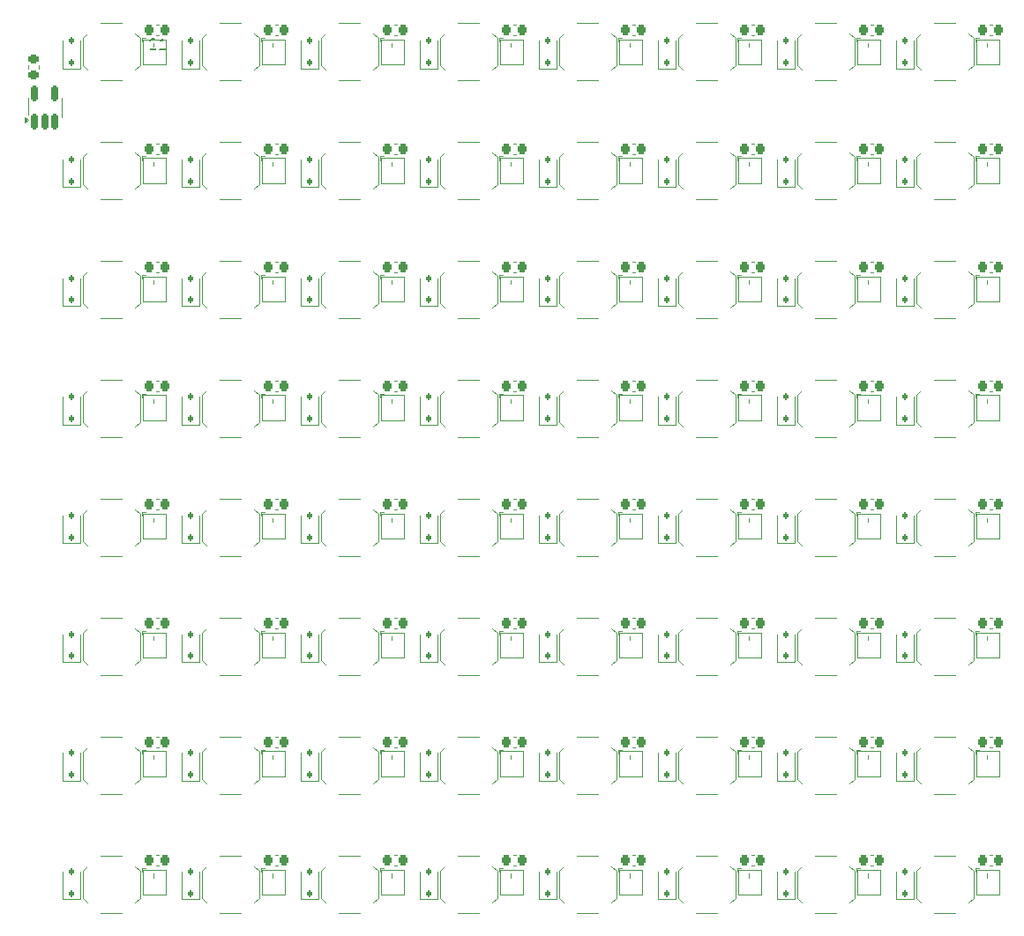
<source format=gbr>
%TF.GenerationSoftware,KiCad,Pcbnew,8.0.7*%
%TF.CreationDate,2025-01-12T22:15:46+01:00*%
%TF.ProjectId,butns,6275746e-732e-46b6-9963-61645f706362,rev?*%
%TF.SameCoordinates,Original*%
%TF.FileFunction,Legend,Top*%
%TF.FilePolarity,Positive*%
%FSLAX46Y46*%
G04 Gerber Fmt 4.6, Leading zero omitted, Abs format (unit mm)*
G04 Created by KiCad (PCBNEW 8.0.7) date 2025-01-12 22:15:46*
%MOMM*%
%LPD*%
G01*
G04 APERTURE LIST*
G04 Aperture macros list*
%AMRoundRect*
0 Rectangle with rounded corners*
0 $1 Rounding radius*
0 $2 $3 $4 $5 $6 $7 $8 $9 X,Y pos of 4 corners*
0 Add a 4 corners polygon primitive as box body*
4,1,4,$2,$3,$4,$5,$6,$7,$8,$9,$2,$3,0*
0 Add four circle primitives for the rounded corners*
1,1,$1+$1,$2,$3*
1,1,$1+$1,$4,$5*
1,1,$1+$1,$6,$7*
1,1,$1+$1,$8,$9*
0 Add four rect primitives between the rounded corners*
20,1,$1+$1,$2,$3,$4,$5,0*
20,1,$1+$1,$4,$5,$6,$7,0*
20,1,$1+$1,$6,$7,$8,$9,0*
20,1,$1+$1,$8,$9,$2,$3,0*%
G04 Aperture macros list end*
%ADD10C,0.150000*%
%ADD11C,0.120000*%
%ADD12C,0.100000*%
%ADD13RoundRect,0.162500X0.162500X-0.617500X0.162500X0.617500X-0.162500X0.617500X-0.162500X-0.617500X0*%
%ADD14RoundRect,0.225000X0.250000X-0.225000X0.250000X0.225000X-0.250000X0.225000X-0.250000X-0.225000X0*%
%ADD15O,1.800000X1.800000*%
%ADD16O,1.500000X1.500000*%
%ADD17R,0.700000X0.800000*%
%ADD18R,0.750000X1.000000*%
%ADD19C,2.700000*%
%ADD20RoundRect,0.112500X0.112500X-0.187500X0.112500X0.187500X-0.112500X0.187500X-0.112500X-0.187500X0*%
%ADD21RoundRect,0.225000X0.225000X0.250000X-0.225000X0.250000X-0.225000X-0.250000X0.225000X-0.250000X0*%
G04 APERTURE END LIST*
D10*
X146333333Y-50789580D02*
X146285714Y-50837200D01*
X146285714Y-50837200D02*
X146142857Y-50884819D01*
X146142857Y-50884819D02*
X146047619Y-50884819D01*
X146047619Y-50884819D02*
X145904762Y-50837200D01*
X145904762Y-50837200D02*
X145809524Y-50741961D01*
X145809524Y-50741961D02*
X145761905Y-50646723D01*
X145761905Y-50646723D02*
X145714286Y-50456247D01*
X145714286Y-50456247D02*
X145714286Y-50313390D01*
X145714286Y-50313390D02*
X145761905Y-50122914D01*
X145761905Y-50122914D02*
X145809524Y-50027676D01*
X145809524Y-50027676D02*
X145904762Y-49932438D01*
X145904762Y-49932438D02*
X146047619Y-49884819D01*
X146047619Y-49884819D02*
X146142857Y-49884819D01*
X146142857Y-49884819D02*
X146285714Y-49932438D01*
X146285714Y-49932438D02*
X146333333Y-49980057D01*
X147285714Y-50884819D02*
X146714286Y-50884819D01*
X147000000Y-50884819D02*
X147000000Y-49884819D01*
X147000000Y-49884819D02*
X146904762Y-50027676D01*
X146904762Y-50027676D02*
X146809524Y-50122914D01*
X146809524Y-50122914D02*
X146714286Y-50170533D01*
D11*
%TO.C,U2*%
X134142000Y-57668000D02*
X133812000Y-57908000D01*
X133812000Y-57428000D01*
X134142000Y-57668000D01*
G36*
X134142000Y-57668000D02*
G01*
X133812000Y-57908000D01*
X133812000Y-57428000D01*
X134142000Y-57668000D01*
G37*
X134092000Y-56368000D02*
X134092000Y-55568000D01*
X134092000Y-56368000D02*
X134092000Y-57168000D01*
X137312000Y-57368000D02*
X137312000Y-55568000D01*
%TO.C,C65*%
X134110000Y-52718580D02*
X134110000Y-52437420D01*
X135130000Y-52718580D02*
X135130000Y-52437420D01*
%TO.C,D128*%
D12*
X225160000Y-132100000D02*
X227360000Y-132100000D01*
X227360000Y-129700000D01*
X225160000Y-129700000D01*
X225160000Y-132100000D01*
X225010000Y-129550000D02*
X225360000Y-129550000D01*
X225010000Y-129900000D02*
X225010000Y-129550000D01*
X226110000Y-130425000D02*
X226110000Y-130075000D01*
%TO.C,D120*%
X225160000Y-120700000D02*
X227360000Y-120700000D01*
X227360000Y-118300000D01*
X225160000Y-118300000D01*
X225160000Y-120700000D01*
X225010000Y-118150000D02*
X225360000Y-118150000D01*
X225010000Y-118500000D02*
X225010000Y-118150000D01*
X226110000Y-119025000D02*
X226110000Y-118675000D01*
%TO.C,D112*%
X225160000Y-109300000D02*
X227360000Y-109300000D01*
X227360000Y-106900000D01*
X225160000Y-106900000D01*
X225160000Y-109300000D01*
X225010000Y-106750000D02*
X225360000Y-106750000D01*
X225010000Y-107100000D02*
X225010000Y-106750000D01*
X226110000Y-107625000D02*
X226110000Y-107275000D01*
%TO.C,D104*%
X225160000Y-97900000D02*
X227360000Y-97900000D01*
X227360000Y-95500000D01*
X225160000Y-95500000D01*
X225160000Y-97900000D01*
X225010000Y-95350000D02*
X225360000Y-95350000D01*
X225010000Y-95700000D02*
X225010000Y-95350000D01*
X226110000Y-96225000D02*
X226110000Y-95875000D01*
%TO.C,D127*%
X213730000Y-132100000D02*
X215930000Y-132100000D01*
X215930000Y-129700000D01*
X213730000Y-129700000D01*
X213730000Y-132100000D01*
X213580000Y-129550000D02*
X213930000Y-129550000D01*
X213580000Y-129900000D02*
X213580000Y-129550000D01*
X214680000Y-130425000D02*
X214680000Y-130075000D01*
%TO.C,D119*%
X213730000Y-120700000D02*
X215930000Y-120700000D01*
X215930000Y-118300000D01*
X213730000Y-118300000D01*
X213730000Y-120700000D01*
X213580000Y-118150000D02*
X213930000Y-118150000D01*
X213580000Y-118500000D02*
X213580000Y-118150000D01*
X214680000Y-119025000D02*
X214680000Y-118675000D01*
%TO.C,D111*%
X213730000Y-109300000D02*
X215930000Y-109300000D01*
X215930000Y-106900000D01*
X213730000Y-106900000D01*
X213730000Y-109300000D01*
X213580000Y-106750000D02*
X213930000Y-106750000D01*
X213580000Y-107100000D02*
X213580000Y-106750000D01*
X214680000Y-107625000D02*
X214680000Y-107275000D01*
%TO.C,D103*%
X213730000Y-97900000D02*
X215930000Y-97900000D01*
X215930000Y-95500000D01*
X213730000Y-95500000D01*
X213730000Y-97900000D01*
X213580000Y-95350000D02*
X213930000Y-95350000D01*
X213580000Y-95700000D02*
X213580000Y-95350000D01*
X214680000Y-96225000D02*
X214680000Y-95875000D01*
%TO.C,D126*%
X202300000Y-132100000D02*
X204500000Y-132100000D01*
X204500000Y-129700000D01*
X202300000Y-129700000D01*
X202300000Y-132100000D01*
X202150000Y-129550000D02*
X202500000Y-129550000D01*
X202150000Y-129900000D02*
X202150000Y-129550000D01*
X203250000Y-130425000D02*
X203250000Y-130075000D01*
%TO.C,D118*%
X202300000Y-120700000D02*
X204500000Y-120700000D01*
X204500000Y-118300000D01*
X202300000Y-118300000D01*
X202300000Y-120700000D01*
X202150000Y-118150000D02*
X202500000Y-118150000D01*
X202150000Y-118500000D02*
X202150000Y-118150000D01*
X203250000Y-119025000D02*
X203250000Y-118675000D01*
%TO.C,D110*%
X202300000Y-109300000D02*
X204500000Y-109300000D01*
X204500000Y-106900000D01*
X202300000Y-106900000D01*
X202300000Y-109300000D01*
X202150000Y-106750000D02*
X202500000Y-106750000D01*
X202150000Y-107100000D02*
X202150000Y-106750000D01*
X203250000Y-107625000D02*
X203250000Y-107275000D01*
%TO.C,D102*%
X202300000Y-97900000D02*
X204500000Y-97900000D01*
X204500000Y-95500000D01*
X202300000Y-95500000D01*
X202300000Y-97900000D01*
X202150000Y-95350000D02*
X202500000Y-95350000D01*
X202150000Y-95700000D02*
X202150000Y-95350000D01*
X203250000Y-96225000D02*
X203250000Y-95875000D01*
%TO.C,D125*%
X190870000Y-132100000D02*
X193070000Y-132100000D01*
X193070000Y-129700000D01*
X190870000Y-129700000D01*
X190870000Y-132100000D01*
X190720000Y-129550000D02*
X191070000Y-129550000D01*
X190720000Y-129900000D02*
X190720000Y-129550000D01*
X191820000Y-130425000D02*
X191820000Y-130075000D01*
%TO.C,D117*%
X190870000Y-120700000D02*
X193070000Y-120700000D01*
X193070000Y-118300000D01*
X190870000Y-118300000D01*
X190870000Y-120700000D01*
X190720000Y-118150000D02*
X191070000Y-118150000D01*
X190720000Y-118500000D02*
X190720000Y-118150000D01*
X191820000Y-119025000D02*
X191820000Y-118675000D01*
%TO.C,D109*%
X190870000Y-109300000D02*
X193070000Y-109300000D01*
X193070000Y-106900000D01*
X190870000Y-106900000D01*
X190870000Y-109300000D01*
X190720000Y-106750000D02*
X191070000Y-106750000D01*
X190720000Y-107100000D02*
X190720000Y-106750000D01*
X191820000Y-107625000D02*
X191820000Y-107275000D01*
%TO.C,D101*%
X190870000Y-97900000D02*
X193070000Y-97900000D01*
X193070000Y-95500000D01*
X190870000Y-95500000D01*
X190870000Y-97900000D01*
X190720000Y-95350000D02*
X191070000Y-95350000D01*
X190720000Y-95700000D02*
X190720000Y-95350000D01*
X191820000Y-96225000D02*
X191820000Y-95875000D01*
%TO.C,D124*%
X179440000Y-132100000D02*
X181640000Y-132100000D01*
X181640000Y-129700000D01*
X179440000Y-129700000D01*
X179440000Y-132100000D01*
X179290000Y-129550000D02*
X179640000Y-129550000D01*
X179290000Y-129900000D02*
X179290000Y-129550000D01*
X180390000Y-130425000D02*
X180390000Y-130075000D01*
%TO.C,D116*%
X179440000Y-120700000D02*
X181640000Y-120700000D01*
X181640000Y-118300000D01*
X179440000Y-118300000D01*
X179440000Y-120700000D01*
X179290000Y-118150000D02*
X179640000Y-118150000D01*
X179290000Y-118500000D02*
X179290000Y-118150000D01*
X180390000Y-119025000D02*
X180390000Y-118675000D01*
%TO.C,D108*%
X179440000Y-109300000D02*
X181640000Y-109300000D01*
X181640000Y-106900000D01*
X179440000Y-106900000D01*
X179440000Y-109300000D01*
X179290000Y-106750000D02*
X179640000Y-106750000D01*
X179290000Y-107100000D02*
X179290000Y-106750000D01*
X180390000Y-107625000D02*
X180390000Y-107275000D01*
%TO.C,D100*%
X179440000Y-97900000D02*
X181640000Y-97900000D01*
X181640000Y-95500000D01*
X179440000Y-95500000D01*
X179440000Y-97900000D01*
X179290000Y-95350000D02*
X179640000Y-95350000D01*
X179290000Y-95700000D02*
X179290000Y-95350000D01*
X180390000Y-96225000D02*
X180390000Y-95875000D01*
%TO.C,D123*%
X168010000Y-132100000D02*
X170210000Y-132100000D01*
X170210000Y-129700000D01*
X168010000Y-129700000D01*
X168010000Y-132100000D01*
X167860000Y-129550000D02*
X168210000Y-129550000D01*
X167860000Y-129900000D02*
X167860000Y-129550000D01*
X168960000Y-130425000D02*
X168960000Y-130075000D01*
%TO.C,D115*%
X168010000Y-120700000D02*
X170210000Y-120700000D01*
X170210000Y-118300000D01*
X168010000Y-118300000D01*
X168010000Y-120700000D01*
X167860000Y-118150000D02*
X168210000Y-118150000D01*
X167860000Y-118500000D02*
X167860000Y-118150000D01*
X168960000Y-119025000D02*
X168960000Y-118675000D01*
%TO.C,D107*%
X168010000Y-109300000D02*
X170210000Y-109300000D01*
X170210000Y-106900000D01*
X168010000Y-106900000D01*
X168010000Y-109300000D01*
X167860000Y-106750000D02*
X168210000Y-106750000D01*
X167860000Y-107100000D02*
X167860000Y-106750000D01*
X168960000Y-107625000D02*
X168960000Y-107275000D01*
%TO.C,D99*%
X168010000Y-97900000D02*
X170210000Y-97900000D01*
X170210000Y-95500000D01*
X168010000Y-95500000D01*
X168010000Y-97900000D01*
X167860000Y-95350000D02*
X168210000Y-95350000D01*
X167860000Y-95700000D02*
X167860000Y-95350000D01*
X168960000Y-96225000D02*
X168960000Y-95875000D01*
%TO.C,D122*%
X156580000Y-132100000D02*
X158780000Y-132100000D01*
X158780000Y-129700000D01*
X156580000Y-129700000D01*
X156580000Y-132100000D01*
X156430000Y-129550000D02*
X156780000Y-129550000D01*
X156430000Y-129900000D02*
X156430000Y-129550000D01*
X157530000Y-130425000D02*
X157530000Y-130075000D01*
%TO.C,D114*%
X156580000Y-120700000D02*
X158780000Y-120700000D01*
X158780000Y-118300000D01*
X156580000Y-118300000D01*
X156580000Y-120700000D01*
X156430000Y-118150000D02*
X156780000Y-118150000D01*
X156430000Y-118500000D02*
X156430000Y-118150000D01*
X157530000Y-119025000D02*
X157530000Y-118675000D01*
%TO.C,D106*%
X156580000Y-109300000D02*
X158780000Y-109300000D01*
X158780000Y-106900000D01*
X156580000Y-106900000D01*
X156580000Y-109300000D01*
X156430000Y-106750000D02*
X156780000Y-106750000D01*
X156430000Y-107100000D02*
X156430000Y-106750000D01*
X157530000Y-107625000D02*
X157530000Y-107275000D01*
%TO.C,D98*%
X156580000Y-97900000D02*
X158780000Y-97900000D01*
X158780000Y-95500000D01*
X156580000Y-95500000D01*
X156580000Y-97900000D01*
X156430000Y-95350000D02*
X156780000Y-95350000D01*
X156430000Y-95700000D02*
X156430000Y-95350000D01*
X157530000Y-96225000D02*
X157530000Y-95875000D01*
%TO.C,D121*%
X145150000Y-132100000D02*
X147350000Y-132100000D01*
X147350000Y-129700000D01*
X145150000Y-129700000D01*
X145150000Y-132100000D01*
X145000000Y-129550000D02*
X145350000Y-129550000D01*
X145000000Y-129900000D02*
X145000000Y-129550000D01*
X146100000Y-130425000D02*
X146100000Y-130075000D01*
%TO.C,D113*%
X145150000Y-120700000D02*
X147350000Y-120700000D01*
X147350000Y-118300000D01*
X145150000Y-118300000D01*
X145150000Y-120700000D01*
X145000000Y-118150000D02*
X145350000Y-118150000D01*
X145000000Y-118500000D02*
X145000000Y-118150000D01*
X146100000Y-119025000D02*
X146100000Y-118675000D01*
%TO.C,D105*%
X145150000Y-109300000D02*
X147350000Y-109300000D01*
X147350000Y-106900000D01*
X145150000Y-106900000D01*
X145150000Y-109300000D01*
X145000000Y-106750000D02*
X145350000Y-106750000D01*
X145000000Y-107100000D02*
X145000000Y-106750000D01*
X146100000Y-107625000D02*
X146100000Y-107275000D01*
%TO.C,D97*%
X145150000Y-97900000D02*
X147350000Y-97900000D01*
X147350000Y-95500000D01*
X145150000Y-95500000D01*
X145150000Y-97900000D01*
X145000000Y-95350000D02*
X145350000Y-95350000D01*
X145000000Y-95700000D02*
X145000000Y-95350000D01*
X146100000Y-96225000D02*
X146100000Y-95875000D01*
%TO.C,D96*%
X225160000Y-86500000D02*
X227360000Y-86500000D01*
X227360000Y-84100000D01*
X225160000Y-84100000D01*
X225160000Y-86500000D01*
X225010000Y-83950000D02*
X225360000Y-83950000D01*
X225010000Y-84300000D02*
X225010000Y-83950000D01*
X226110000Y-84825000D02*
X226110000Y-84475000D01*
%TO.C,D95*%
X213730000Y-86500000D02*
X215930000Y-86500000D01*
X215930000Y-84100000D01*
X213730000Y-84100000D01*
X213730000Y-86500000D01*
X213580000Y-83950000D02*
X213930000Y-83950000D01*
X213580000Y-84300000D02*
X213580000Y-83950000D01*
X214680000Y-84825000D02*
X214680000Y-84475000D01*
%TO.C,D94*%
X202300000Y-86500000D02*
X204500000Y-86500000D01*
X204500000Y-84100000D01*
X202300000Y-84100000D01*
X202300000Y-86500000D01*
X202150000Y-83950000D02*
X202500000Y-83950000D01*
X202150000Y-84300000D02*
X202150000Y-83950000D01*
X203250000Y-84825000D02*
X203250000Y-84475000D01*
%TO.C,D93*%
X190870000Y-86500000D02*
X193070000Y-86500000D01*
X193070000Y-84100000D01*
X190870000Y-84100000D01*
X190870000Y-86500000D01*
X190720000Y-83950000D02*
X191070000Y-83950000D01*
X190720000Y-84300000D02*
X190720000Y-83950000D01*
X191820000Y-84825000D02*
X191820000Y-84475000D01*
%TO.C,D92*%
X179440000Y-86500000D02*
X181640000Y-86500000D01*
X181640000Y-84100000D01*
X179440000Y-84100000D01*
X179440000Y-86500000D01*
X179290000Y-83950000D02*
X179640000Y-83950000D01*
X179290000Y-84300000D02*
X179290000Y-83950000D01*
X180390000Y-84825000D02*
X180390000Y-84475000D01*
%TO.C,D91*%
X168010000Y-86500000D02*
X170210000Y-86500000D01*
X170210000Y-84100000D01*
X168010000Y-84100000D01*
X168010000Y-86500000D01*
X167860000Y-83950000D02*
X168210000Y-83950000D01*
X167860000Y-84300000D02*
X167860000Y-83950000D01*
X168960000Y-84825000D02*
X168960000Y-84475000D01*
%TO.C,D90*%
X156580000Y-86500000D02*
X158780000Y-86500000D01*
X158780000Y-84100000D01*
X156580000Y-84100000D01*
X156580000Y-86500000D01*
X156430000Y-83950000D02*
X156780000Y-83950000D01*
X156430000Y-84300000D02*
X156430000Y-83950000D01*
X157530000Y-84825000D02*
X157530000Y-84475000D01*
%TO.C,D89*%
X145150000Y-86500000D02*
X147350000Y-86500000D01*
X147350000Y-84100000D01*
X145150000Y-84100000D01*
X145150000Y-86500000D01*
X145000000Y-83950000D02*
X145350000Y-83950000D01*
X145000000Y-84300000D02*
X145000000Y-83950000D01*
X146100000Y-84825000D02*
X146100000Y-84475000D01*
%TO.C,D88*%
X225160000Y-75100000D02*
X227360000Y-75100000D01*
X227360000Y-72700000D01*
X225160000Y-72700000D01*
X225160000Y-75100000D01*
X225010000Y-72550000D02*
X225360000Y-72550000D01*
X225010000Y-72900000D02*
X225010000Y-72550000D01*
X226110000Y-73425000D02*
X226110000Y-73075000D01*
%TO.C,D87*%
X213730000Y-75100000D02*
X215930000Y-75100000D01*
X215930000Y-72700000D01*
X213730000Y-72700000D01*
X213730000Y-75100000D01*
X213580000Y-72550000D02*
X213930000Y-72550000D01*
X213580000Y-72900000D02*
X213580000Y-72550000D01*
X214680000Y-73425000D02*
X214680000Y-73075000D01*
%TO.C,D86*%
X202300000Y-75100000D02*
X204500000Y-75100000D01*
X204500000Y-72700000D01*
X202300000Y-72700000D01*
X202300000Y-75100000D01*
X202150000Y-72550000D02*
X202500000Y-72550000D01*
X202150000Y-72900000D02*
X202150000Y-72550000D01*
X203250000Y-73425000D02*
X203250000Y-73075000D01*
%TO.C,D85*%
X190870000Y-75100000D02*
X193070000Y-75100000D01*
X193070000Y-72700000D01*
X190870000Y-72700000D01*
X190870000Y-75100000D01*
X190720000Y-72550000D02*
X191070000Y-72550000D01*
X190720000Y-72900000D02*
X190720000Y-72550000D01*
X191820000Y-73425000D02*
X191820000Y-73075000D01*
%TO.C,D84*%
X179440000Y-75100000D02*
X181640000Y-75100000D01*
X181640000Y-72700000D01*
X179440000Y-72700000D01*
X179440000Y-75100000D01*
X179290000Y-72550000D02*
X179640000Y-72550000D01*
X179290000Y-72900000D02*
X179290000Y-72550000D01*
X180390000Y-73425000D02*
X180390000Y-73075000D01*
%TO.C,D83*%
X168010000Y-75100000D02*
X170210000Y-75100000D01*
X170210000Y-72700000D01*
X168010000Y-72700000D01*
X168010000Y-75100000D01*
X167860000Y-72550000D02*
X168210000Y-72550000D01*
X167860000Y-72900000D02*
X167860000Y-72550000D01*
X168960000Y-73425000D02*
X168960000Y-73075000D01*
%TO.C,D82*%
X156580000Y-75100000D02*
X158780000Y-75100000D01*
X158780000Y-72700000D01*
X156580000Y-72700000D01*
X156580000Y-75100000D01*
X156430000Y-72550000D02*
X156780000Y-72550000D01*
X156430000Y-72900000D02*
X156430000Y-72550000D01*
X157530000Y-73425000D02*
X157530000Y-73075000D01*
%TO.C,D81*%
X145150000Y-75100000D02*
X147350000Y-75100000D01*
X147350000Y-72700000D01*
X145150000Y-72700000D01*
X145150000Y-75100000D01*
X145000000Y-72550000D02*
X145350000Y-72550000D01*
X145000000Y-72900000D02*
X145000000Y-72550000D01*
X146100000Y-73425000D02*
X146100000Y-73075000D01*
%TO.C,D80*%
X226110000Y-62025000D02*
X226110000Y-61675000D01*
X225010000Y-61500000D02*
X225010000Y-61150000D01*
X225010000Y-61150000D02*
X225360000Y-61150000D01*
X225160000Y-63700000D02*
X227360000Y-63700000D01*
X227360000Y-61300000D01*
X225160000Y-61300000D01*
X225160000Y-63700000D01*
%TO.C,D79*%
X214680000Y-62025000D02*
X214680000Y-61675000D01*
X213580000Y-61500000D02*
X213580000Y-61150000D01*
X213580000Y-61150000D02*
X213930000Y-61150000D01*
X213730000Y-63700000D02*
X215930000Y-63700000D01*
X215930000Y-61300000D01*
X213730000Y-61300000D01*
X213730000Y-63700000D01*
%TO.C,D78*%
X203250000Y-62025000D02*
X203250000Y-61675000D01*
X202150000Y-61500000D02*
X202150000Y-61150000D01*
X202150000Y-61150000D02*
X202500000Y-61150000D01*
X202300000Y-63700000D02*
X204500000Y-63700000D01*
X204500000Y-61300000D01*
X202300000Y-61300000D01*
X202300000Y-63700000D01*
%TO.C,D77*%
X191820000Y-62025000D02*
X191820000Y-61675000D01*
X190720000Y-61500000D02*
X190720000Y-61150000D01*
X190720000Y-61150000D02*
X191070000Y-61150000D01*
X190870000Y-63700000D02*
X193070000Y-63700000D01*
X193070000Y-61300000D01*
X190870000Y-61300000D01*
X190870000Y-63700000D01*
%TO.C,D76*%
X180390000Y-62025000D02*
X180390000Y-61675000D01*
X179290000Y-61500000D02*
X179290000Y-61150000D01*
X179290000Y-61150000D02*
X179640000Y-61150000D01*
X179440000Y-63700000D02*
X181640000Y-63700000D01*
X181640000Y-61300000D01*
X179440000Y-61300000D01*
X179440000Y-63700000D01*
%TO.C,D75*%
X168960000Y-62025000D02*
X168960000Y-61675000D01*
X167860000Y-61500000D02*
X167860000Y-61150000D01*
X167860000Y-61150000D02*
X168210000Y-61150000D01*
X168010000Y-63700000D02*
X170210000Y-63700000D01*
X170210000Y-61300000D01*
X168010000Y-61300000D01*
X168010000Y-63700000D01*
%TO.C,D74*%
X157530000Y-62025000D02*
X157530000Y-61675000D01*
X156430000Y-61500000D02*
X156430000Y-61150000D01*
X156430000Y-61150000D02*
X156780000Y-61150000D01*
X156580000Y-63700000D02*
X158780000Y-63700000D01*
X158780000Y-61300000D01*
X156580000Y-61300000D01*
X156580000Y-63700000D01*
%TO.C,D73*%
X146100000Y-62025000D02*
X146100000Y-61675000D01*
X145000000Y-61500000D02*
X145000000Y-61150000D01*
X145000000Y-61150000D02*
X145350000Y-61150000D01*
X145150000Y-63700000D02*
X147350000Y-63700000D01*
X147350000Y-61300000D01*
X145150000Y-61300000D01*
X145150000Y-63700000D01*
%TO.C,D72*%
X225160000Y-52300000D02*
X227360000Y-52300000D01*
X227360000Y-49900000D01*
X225160000Y-49900000D01*
X225160000Y-52300000D01*
X225010000Y-49750000D02*
X225360000Y-49750000D01*
X225010000Y-50100000D02*
X225010000Y-49750000D01*
X226110000Y-50625000D02*
X226110000Y-50275000D01*
%TO.C,D71*%
X213730000Y-52300000D02*
X215930000Y-52300000D01*
X215930000Y-49900000D01*
X213730000Y-49900000D01*
X213730000Y-52300000D01*
X213580000Y-49750000D02*
X213930000Y-49750000D01*
X213580000Y-50100000D02*
X213580000Y-49750000D01*
X214680000Y-50625000D02*
X214680000Y-50275000D01*
%TO.C,D70*%
X202300000Y-52300000D02*
X204500000Y-52300000D01*
X204500000Y-49900000D01*
X202300000Y-49900000D01*
X202300000Y-52300000D01*
X202150000Y-49750000D02*
X202500000Y-49750000D01*
X202150000Y-50100000D02*
X202150000Y-49750000D01*
X203250000Y-50625000D02*
X203250000Y-50275000D01*
%TO.C,D69*%
X190870000Y-52300000D02*
X193070000Y-52300000D01*
X193070000Y-49900000D01*
X190870000Y-49900000D01*
X190870000Y-52300000D01*
X190720000Y-49750000D02*
X191070000Y-49750000D01*
X190720000Y-50100000D02*
X190720000Y-49750000D01*
X191820000Y-50625000D02*
X191820000Y-50275000D01*
%TO.C,D68*%
X179440000Y-52300000D02*
X181640000Y-52300000D01*
X181640000Y-49900000D01*
X179440000Y-49900000D01*
X179440000Y-52300000D01*
X179290000Y-49750000D02*
X179640000Y-49750000D01*
X179290000Y-50100000D02*
X179290000Y-49750000D01*
X180390000Y-50625000D02*
X180390000Y-50275000D01*
%TO.C,D67*%
X168010000Y-52300000D02*
X170210000Y-52300000D01*
X170210000Y-49900000D01*
X168010000Y-49900000D01*
X168010000Y-52300000D01*
X167860000Y-49750000D02*
X168210000Y-49750000D01*
X167860000Y-50100000D02*
X167860000Y-49750000D01*
X168960000Y-50625000D02*
X168960000Y-50275000D01*
%TO.C,D66*%
X156580000Y-52300000D02*
X158780000Y-52300000D01*
X158780000Y-49900000D01*
X156580000Y-49900000D01*
X156580000Y-52300000D01*
X156430000Y-49750000D02*
X156780000Y-49750000D01*
X156430000Y-50100000D02*
X156430000Y-49750000D01*
X157530000Y-50625000D02*
X157530000Y-50275000D01*
%TO.C,D1*%
X145150000Y-52300000D02*
X147350000Y-52300000D01*
X147350000Y-49900000D01*
X145150000Y-49900000D01*
X145150000Y-52300000D01*
X145000000Y-49750000D02*
X145350000Y-49750000D01*
X145000000Y-50100000D02*
X145000000Y-49750000D01*
X146100000Y-50625000D02*
X146100000Y-50275000D01*
D11*
%TO.C,SW64*%
X221095991Y-128345996D02*
X223095991Y-128345996D01*
X224395991Y-129345996D02*
X224845991Y-129795996D01*
X219795991Y-129345996D02*
X219345991Y-129795996D01*
X224845991Y-132395996D02*
X224845991Y-129795996D01*
X219345991Y-132395996D02*
X219345991Y-129795996D01*
X224395991Y-132845996D02*
X224845991Y-132395996D01*
X219795991Y-132845996D02*
X219345991Y-132395996D01*
X221095991Y-133845996D02*
X223095991Y-133845996D01*
%TO.C,SW63*%
X209665991Y-128345996D02*
X211665991Y-128345996D01*
X212965991Y-129345996D02*
X213415991Y-129795996D01*
X208365991Y-129345996D02*
X207915991Y-129795996D01*
X213415991Y-132395996D02*
X213415991Y-129795996D01*
X207915991Y-132395996D02*
X207915991Y-129795996D01*
X212965991Y-132845996D02*
X213415991Y-132395996D01*
X208365991Y-132845996D02*
X207915991Y-132395996D01*
X209665991Y-133845996D02*
X211665991Y-133845996D01*
%TO.C,SW62*%
X198235991Y-128345996D02*
X200235991Y-128345996D01*
X201535991Y-129345996D02*
X201985991Y-129795996D01*
X196935991Y-129345996D02*
X196485991Y-129795996D01*
X201985991Y-132395996D02*
X201985991Y-129795996D01*
X196485991Y-132395996D02*
X196485991Y-129795996D01*
X201535991Y-132845996D02*
X201985991Y-132395996D01*
X196935991Y-132845996D02*
X196485991Y-132395996D01*
X198235991Y-133845996D02*
X200235991Y-133845996D01*
%TO.C,SW61*%
X186805991Y-128345996D02*
X188805991Y-128345996D01*
X190105991Y-129345996D02*
X190555991Y-129795996D01*
X185505991Y-129345996D02*
X185055991Y-129795996D01*
X190555991Y-132395996D02*
X190555991Y-129795996D01*
X185055991Y-132395996D02*
X185055991Y-129795996D01*
X190105991Y-132845996D02*
X190555991Y-132395996D01*
X185505991Y-132845996D02*
X185055991Y-132395996D01*
X186805991Y-133845996D02*
X188805991Y-133845996D01*
%TO.C,SW60*%
X175375991Y-128345996D02*
X177375991Y-128345996D01*
X178675991Y-129345996D02*
X179125991Y-129795996D01*
X174075991Y-129345996D02*
X173625991Y-129795996D01*
X179125991Y-132395996D02*
X179125991Y-129795996D01*
X173625991Y-132395996D02*
X173625991Y-129795996D01*
X178675991Y-132845996D02*
X179125991Y-132395996D01*
X174075991Y-132845996D02*
X173625991Y-132395996D01*
X175375991Y-133845996D02*
X177375991Y-133845996D01*
%TO.C,SW59*%
X163945991Y-128345996D02*
X165945991Y-128345996D01*
X167245991Y-129345996D02*
X167695991Y-129795996D01*
X162645991Y-129345996D02*
X162195991Y-129795996D01*
X167695991Y-132395996D02*
X167695991Y-129795996D01*
X162195991Y-132395996D02*
X162195991Y-129795996D01*
X167245991Y-132845996D02*
X167695991Y-132395996D01*
X162645991Y-132845996D02*
X162195991Y-132395996D01*
X163945991Y-133845996D02*
X165945991Y-133845996D01*
%TO.C,SW58*%
X152515991Y-128345996D02*
X154515991Y-128345996D01*
X155815991Y-129345996D02*
X156265991Y-129795996D01*
X151215991Y-129345996D02*
X150765991Y-129795996D01*
X156265991Y-132395996D02*
X156265991Y-129795996D01*
X150765991Y-132395996D02*
X150765991Y-129795996D01*
X155815991Y-132845996D02*
X156265991Y-132395996D01*
X151215991Y-132845996D02*
X150765991Y-132395996D01*
X152515991Y-133845996D02*
X154515991Y-133845996D01*
%TO.C,SW57*%
X141085991Y-128345996D02*
X143085991Y-128345996D01*
X144385991Y-129345996D02*
X144835991Y-129795996D01*
X139785991Y-129345996D02*
X139335991Y-129795996D01*
X144835991Y-132395996D02*
X144835991Y-129795996D01*
X139335991Y-132395996D02*
X139335991Y-129795996D01*
X144385991Y-132845996D02*
X144835991Y-132395996D01*
X139785991Y-132845996D02*
X139335991Y-132395996D01*
X141085991Y-133845996D02*
X143085991Y-133845996D01*
%TO.C,SW56*%
X221095991Y-116915996D02*
X223095991Y-116915996D01*
X224395991Y-117915996D02*
X224845991Y-118365996D01*
X219795991Y-117915996D02*
X219345991Y-118365996D01*
X224845991Y-120965996D02*
X224845991Y-118365996D01*
X219345991Y-120965996D02*
X219345991Y-118365996D01*
X224395991Y-121415996D02*
X224845991Y-120965996D01*
X219795991Y-121415996D02*
X219345991Y-120965996D01*
X221095991Y-122415996D02*
X223095991Y-122415996D01*
%TO.C,SW55*%
X209665991Y-116915996D02*
X211665991Y-116915996D01*
X212965991Y-117915996D02*
X213415991Y-118365996D01*
X208365991Y-117915996D02*
X207915991Y-118365996D01*
X213415991Y-120965996D02*
X213415991Y-118365996D01*
X207915991Y-120965996D02*
X207915991Y-118365996D01*
X212965991Y-121415996D02*
X213415991Y-120965996D01*
X208365991Y-121415996D02*
X207915991Y-120965996D01*
X209665991Y-122415996D02*
X211665991Y-122415996D01*
%TO.C,SW54*%
X198235991Y-116915996D02*
X200235991Y-116915996D01*
X201535991Y-117915996D02*
X201985991Y-118365996D01*
X196935991Y-117915996D02*
X196485991Y-118365996D01*
X201985991Y-120965996D02*
X201985991Y-118365996D01*
X196485991Y-120965996D02*
X196485991Y-118365996D01*
X201535991Y-121415996D02*
X201985991Y-120965996D01*
X196935991Y-121415996D02*
X196485991Y-120965996D01*
X198235991Y-122415996D02*
X200235991Y-122415996D01*
%TO.C,SW53*%
X186805991Y-116915996D02*
X188805991Y-116915996D01*
X190105991Y-117915996D02*
X190555991Y-118365996D01*
X185505991Y-117915996D02*
X185055991Y-118365996D01*
X190555991Y-120965996D02*
X190555991Y-118365996D01*
X185055991Y-120965996D02*
X185055991Y-118365996D01*
X190105991Y-121415996D02*
X190555991Y-120965996D01*
X185505991Y-121415996D02*
X185055991Y-120965996D01*
X186805991Y-122415996D02*
X188805991Y-122415996D01*
%TO.C,SW52*%
X175375991Y-116915996D02*
X177375991Y-116915996D01*
X178675991Y-117915996D02*
X179125991Y-118365996D01*
X174075991Y-117915996D02*
X173625991Y-118365996D01*
X179125991Y-120965996D02*
X179125991Y-118365996D01*
X173625991Y-120965996D02*
X173625991Y-118365996D01*
X178675991Y-121415996D02*
X179125991Y-120965996D01*
X174075991Y-121415996D02*
X173625991Y-120965996D01*
X175375991Y-122415996D02*
X177375991Y-122415996D01*
%TO.C,SW51*%
X163945991Y-116915996D02*
X165945991Y-116915996D01*
X167245991Y-117915996D02*
X167695991Y-118365996D01*
X162645991Y-117915996D02*
X162195991Y-118365996D01*
X167695991Y-120965996D02*
X167695991Y-118365996D01*
X162195991Y-120965996D02*
X162195991Y-118365996D01*
X167245991Y-121415996D02*
X167695991Y-120965996D01*
X162645991Y-121415996D02*
X162195991Y-120965996D01*
X163945991Y-122415996D02*
X165945991Y-122415996D01*
%TO.C,SW50*%
X152515991Y-116915996D02*
X154515991Y-116915996D01*
X155815991Y-117915996D02*
X156265991Y-118365996D01*
X151215991Y-117915996D02*
X150765991Y-118365996D01*
X156265991Y-120965996D02*
X156265991Y-118365996D01*
X150765991Y-120965996D02*
X150765991Y-118365996D01*
X155815991Y-121415996D02*
X156265991Y-120965996D01*
X151215991Y-121415996D02*
X150765991Y-120965996D01*
X152515991Y-122415996D02*
X154515991Y-122415996D01*
%TO.C,SW49*%
X141085991Y-116915996D02*
X143085991Y-116915996D01*
X144385991Y-117915996D02*
X144835991Y-118365996D01*
X139785991Y-117915996D02*
X139335991Y-118365996D01*
X144835991Y-120965996D02*
X144835991Y-118365996D01*
X139335991Y-120965996D02*
X139335991Y-118365996D01*
X144385991Y-121415996D02*
X144835991Y-120965996D01*
X139785991Y-121415996D02*
X139335991Y-120965996D01*
X141085991Y-122415996D02*
X143085991Y-122415996D01*
%TO.C,SW48*%
X221095991Y-105485996D02*
X223095991Y-105485996D01*
X224395991Y-106485996D02*
X224845991Y-106935996D01*
X219795991Y-106485996D02*
X219345991Y-106935996D01*
X224845991Y-109535996D02*
X224845991Y-106935996D01*
X219345991Y-109535996D02*
X219345991Y-106935996D01*
X224395991Y-109985996D02*
X224845991Y-109535996D01*
X219795991Y-109985996D02*
X219345991Y-109535996D01*
X221095991Y-110985996D02*
X223095991Y-110985996D01*
%TO.C,SW47*%
X209665991Y-105485996D02*
X211665991Y-105485996D01*
X212965991Y-106485996D02*
X213415991Y-106935996D01*
X208365991Y-106485996D02*
X207915991Y-106935996D01*
X213415991Y-109535996D02*
X213415991Y-106935996D01*
X207915991Y-109535996D02*
X207915991Y-106935996D01*
X212965991Y-109985996D02*
X213415991Y-109535996D01*
X208365991Y-109985996D02*
X207915991Y-109535996D01*
X209665991Y-110985996D02*
X211665991Y-110985996D01*
%TO.C,SW46*%
X198235991Y-105485996D02*
X200235991Y-105485996D01*
X201535991Y-106485996D02*
X201985991Y-106935996D01*
X196935991Y-106485996D02*
X196485991Y-106935996D01*
X201985991Y-109535996D02*
X201985991Y-106935996D01*
X196485991Y-109535996D02*
X196485991Y-106935996D01*
X201535991Y-109985996D02*
X201985991Y-109535996D01*
X196935991Y-109985996D02*
X196485991Y-109535996D01*
X198235991Y-110985996D02*
X200235991Y-110985996D01*
%TO.C,SW45*%
X186805991Y-105485996D02*
X188805991Y-105485996D01*
X190105991Y-106485996D02*
X190555991Y-106935996D01*
X185505991Y-106485996D02*
X185055991Y-106935996D01*
X190555991Y-109535996D02*
X190555991Y-106935996D01*
X185055991Y-109535996D02*
X185055991Y-106935996D01*
X190105991Y-109985996D02*
X190555991Y-109535996D01*
X185505991Y-109985996D02*
X185055991Y-109535996D01*
X186805991Y-110985996D02*
X188805991Y-110985996D01*
%TO.C,SW44*%
X175375991Y-105485996D02*
X177375991Y-105485996D01*
X178675991Y-106485996D02*
X179125991Y-106935996D01*
X174075991Y-106485996D02*
X173625991Y-106935996D01*
X179125991Y-109535996D02*
X179125991Y-106935996D01*
X173625991Y-109535996D02*
X173625991Y-106935996D01*
X178675991Y-109985996D02*
X179125991Y-109535996D01*
X174075991Y-109985996D02*
X173625991Y-109535996D01*
X175375991Y-110985996D02*
X177375991Y-110985996D01*
%TO.C,SW43*%
X163945991Y-105485996D02*
X165945991Y-105485996D01*
X167245991Y-106485996D02*
X167695991Y-106935996D01*
X162645991Y-106485996D02*
X162195991Y-106935996D01*
X167695991Y-109535996D02*
X167695991Y-106935996D01*
X162195991Y-109535996D02*
X162195991Y-106935996D01*
X167245991Y-109985996D02*
X167695991Y-109535996D01*
X162645991Y-109985996D02*
X162195991Y-109535996D01*
X163945991Y-110985996D02*
X165945991Y-110985996D01*
%TO.C,SW42*%
X152515991Y-105485996D02*
X154515991Y-105485996D01*
X155815991Y-106485996D02*
X156265991Y-106935996D01*
X151215991Y-106485996D02*
X150765991Y-106935996D01*
X156265991Y-109535996D02*
X156265991Y-106935996D01*
X150765991Y-109535996D02*
X150765991Y-106935996D01*
X155815991Y-109985996D02*
X156265991Y-109535996D01*
X151215991Y-109985996D02*
X150765991Y-109535996D01*
X152515991Y-110985996D02*
X154515991Y-110985996D01*
%TO.C,SW41*%
X141085991Y-105485996D02*
X143085991Y-105485996D01*
X144385991Y-106485996D02*
X144835991Y-106935996D01*
X139785991Y-106485996D02*
X139335991Y-106935996D01*
X144835991Y-109535996D02*
X144835991Y-106935996D01*
X139335991Y-109535996D02*
X139335991Y-106935996D01*
X144385991Y-109985996D02*
X144835991Y-109535996D01*
X139785991Y-109985996D02*
X139335991Y-109535996D01*
X141085991Y-110985996D02*
X143085991Y-110985996D01*
%TO.C,SW40*%
X221095991Y-94055996D02*
X223095991Y-94055996D01*
X224395991Y-95055996D02*
X224845991Y-95505996D01*
X219795991Y-95055996D02*
X219345991Y-95505996D01*
X224845991Y-98105996D02*
X224845991Y-95505996D01*
X219345991Y-98105996D02*
X219345991Y-95505996D01*
X224395991Y-98555996D02*
X224845991Y-98105996D01*
X219795991Y-98555996D02*
X219345991Y-98105996D01*
X221095991Y-99555996D02*
X223095991Y-99555996D01*
%TO.C,SW39*%
X209665991Y-94055996D02*
X211665991Y-94055996D01*
X212965991Y-95055996D02*
X213415991Y-95505996D01*
X208365991Y-95055996D02*
X207915991Y-95505996D01*
X213415991Y-98105996D02*
X213415991Y-95505996D01*
X207915991Y-98105996D02*
X207915991Y-95505996D01*
X212965991Y-98555996D02*
X213415991Y-98105996D01*
X208365991Y-98555996D02*
X207915991Y-98105996D01*
X209665991Y-99555996D02*
X211665991Y-99555996D01*
%TO.C,SW38*%
X198235991Y-94055996D02*
X200235991Y-94055996D01*
X201535991Y-95055996D02*
X201985991Y-95505996D01*
X196935991Y-95055996D02*
X196485991Y-95505996D01*
X201985991Y-98105996D02*
X201985991Y-95505996D01*
X196485991Y-98105996D02*
X196485991Y-95505996D01*
X201535991Y-98555996D02*
X201985991Y-98105996D01*
X196935991Y-98555996D02*
X196485991Y-98105996D01*
X198235991Y-99555996D02*
X200235991Y-99555996D01*
%TO.C,SW37*%
X186805991Y-94055996D02*
X188805991Y-94055996D01*
X190105991Y-95055996D02*
X190555991Y-95505996D01*
X185505991Y-95055996D02*
X185055991Y-95505996D01*
X190555991Y-98105996D02*
X190555991Y-95505996D01*
X185055991Y-98105996D02*
X185055991Y-95505996D01*
X190105991Y-98555996D02*
X190555991Y-98105996D01*
X185505991Y-98555996D02*
X185055991Y-98105996D01*
X186805991Y-99555996D02*
X188805991Y-99555996D01*
%TO.C,SW36*%
X175375991Y-94055996D02*
X177375991Y-94055996D01*
X178675991Y-95055996D02*
X179125991Y-95505996D01*
X174075991Y-95055996D02*
X173625991Y-95505996D01*
X179125991Y-98105996D02*
X179125991Y-95505996D01*
X173625991Y-98105996D02*
X173625991Y-95505996D01*
X178675991Y-98555996D02*
X179125991Y-98105996D01*
X174075991Y-98555996D02*
X173625991Y-98105996D01*
X175375991Y-99555996D02*
X177375991Y-99555996D01*
%TO.C,SW35*%
X163945991Y-94055996D02*
X165945991Y-94055996D01*
X167245991Y-95055996D02*
X167695991Y-95505996D01*
X162645991Y-95055996D02*
X162195991Y-95505996D01*
X167695991Y-98105996D02*
X167695991Y-95505996D01*
X162195991Y-98105996D02*
X162195991Y-95505996D01*
X167245991Y-98555996D02*
X167695991Y-98105996D01*
X162645991Y-98555996D02*
X162195991Y-98105996D01*
X163945991Y-99555996D02*
X165945991Y-99555996D01*
%TO.C,SW34*%
X152515991Y-94055996D02*
X154515991Y-94055996D01*
X155815991Y-95055996D02*
X156265991Y-95505996D01*
X151215991Y-95055996D02*
X150765991Y-95505996D01*
X156265991Y-98105996D02*
X156265991Y-95505996D01*
X150765991Y-98105996D02*
X150765991Y-95505996D01*
X155815991Y-98555996D02*
X156265991Y-98105996D01*
X151215991Y-98555996D02*
X150765991Y-98105996D01*
X152515991Y-99555996D02*
X154515991Y-99555996D01*
%TO.C,SW33*%
X141085991Y-94055996D02*
X143085991Y-94055996D01*
X144385991Y-95055996D02*
X144835991Y-95505996D01*
X139785991Y-95055996D02*
X139335991Y-95505996D01*
X144835991Y-98105996D02*
X144835991Y-95505996D01*
X139335991Y-98105996D02*
X139335991Y-95505996D01*
X144385991Y-98555996D02*
X144835991Y-98105996D01*
X139785991Y-98555996D02*
X139335991Y-98105996D01*
X141085991Y-99555996D02*
X143085991Y-99555996D01*
%TO.C,SW32*%
X221095991Y-82600000D02*
X223095991Y-82600000D01*
X224395991Y-83600000D02*
X224845991Y-84050000D01*
X219795991Y-83600000D02*
X219345991Y-84050000D01*
X224845991Y-86650000D02*
X224845991Y-84050000D01*
X219345991Y-86650000D02*
X219345991Y-84050000D01*
X224395991Y-87100000D02*
X224845991Y-86650000D01*
X219795991Y-87100000D02*
X219345991Y-86650000D01*
X221095991Y-88100000D02*
X223095991Y-88100000D01*
%TO.C,SW31*%
X209665991Y-88100000D02*
X211665991Y-88100000D01*
X208365991Y-87100000D02*
X207915991Y-86650000D01*
X212965991Y-87100000D02*
X213415991Y-86650000D01*
X207915991Y-86650000D02*
X207915991Y-84050000D01*
X213415991Y-86650000D02*
X213415991Y-84050000D01*
X208365991Y-83600000D02*
X207915991Y-84050000D01*
X212965991Y-83600000D02*
X213415991Y-84050000D01*
X209665991Y-82600000D02*
X211665991Y-82600000D01*
%TO.C,SW30*%
X198235991Y-82625997D02*
X200235991Y-82625997D01*
X201535991Y-83625997D02*
X201985991Y-84075997D01*
X196935991Y-83625997D02*
X196485991Y-84075997D01*
X201985991Y-86675997D02*
X201985991Y-84075997D01*
X196485991Y-86675997D02*
X196485991Y-84075997D01*
X201535991Y-87125997D02*
X201985991Y-86675997D01*
X196935991Y-87125997D02*
X196485991Y-86675997D01*
X198235991Y-88125997D02*
X200235991Y-88125997D01*
%TO.C,SW29*%
X186805991Y-82625997D02*
X188805991Y-82625997D01*
X190105991Y-83625997D02*
X190555991Y-84075997D01*
X185505991Y-83625997D02*
X185055991Y-84075997D01*
X190555991Y-86675997D02*
X190555991Y-84075997D01*
X185055991Y-86675997D02*
X185055991Y-84075997D01*
X190105991Y-87125997D02*
X190555991Y-86675997D01*
X185505991Y-87125997D02*
X185055991Y-86675997D01*
X186805991Y-88125997D02*
X188805991Y-88125997D01*
%TO.C,SW28*%
X175375991Y-82625997D02*
X177375991Y-82625997D01*
X178675991Y-83625997D02*
X179125991Y-84075997D01*
X174075991Y-83625997D02*
X173625991Y-84075997D01*
X179125991Y-86675997D02*
X179125991Y-84075997D01*
X173625991Y-86675997D02*
X173625991Y-84075997D01*
X178675991Y-87125997D02*
X179125991Y-86675997D01*
X174075991Y-87125997D02*
X173625991Y-86675997D01*
X175375991Y-88125997D02*
X177375991Y-88125997D01*
%TO.C,SW27*%
X163945991Y-82625997D02*
X165945991Y-82625997D01*
X167245991Y-83625997D02*
X167695991Y-84075997D01*
X162645991Y-83625997D02*
X162195991Y-84075997D01*
X167695991Y-86675997D02*
X167695991Y-84075997D01*
X162195991Y-86675997D02*
X162195991Y-84075997D01*
X167245991Y-87125997D02*
X167695991Y-86675997D01*
X162645991Y-87125997D02*
X162195991Y-86675997D01*
X163945991Y-88125997D02*
X165945991Y-88125997D01*
%TO.C,SW26*%
X152515991Y-82625997D02*
X154515991Y-82625997D01*
X155815991Y-83625997D02*
X156265991Y-84075997D01*
X151215991Y-83625997D02*
X150765991Y-84075997D01*
X156265991Y-86675997D02*
X156265991Y-84075997D01*
X150765991Y-86675997D02*
X150765991Y-84075997D01*
X155815991Y-87125997D02*
X156265991Y-86675997D01*
X151215991Y-87125997D02*
X150765991Y-86675997D01*
X152515991Y-88125997D02*
X154515991Y-88125997D01*
%TO.C,SW25*%
X141085991Y-82625997D02*
X143085991Y-82625997D01*
X144385991Y-83625997D02*
X144835991Y-84075997D01*
X139785991Y-83625997D02*
X139335991Y-84075997D01*
X144835991Y-86675997D02*
X144835991Y-84075997D01*
X139335991Y-86675997D02*
X139335991Y-84075997D01*
X144385991Y-87125997D02*
X144835991Y-86675997D01*
X139785991Y-87125997D02*
X139335991Y-86675997D01*
X141085991Y-88125997D02*
X143085991Y-88125997D01*
%TO.C,SW24*%
X221095991Y-71200000D02*
X223095991Y-71200000D01*
X224395991Y-72200000D02*
X224845991Y-72650000D01*
X219795991Y-72200000D02*
X219345991Y-72650000D01*
X224845991Y-75250000D02*
X224845991Y-72650000D01*
X219345991Y-75250000D02*
X219345991Y-72650000D01*
X224395991Y-75700000D02*
X224845991Y-75250000D01*
X219795991Y-75700000D02*
X219345991Y-75250000D01*
X221095991Y-76700000D02*
X223095991Y-76700000D01*
%TO.C,SW23*%
X209665991Y-71200000D02*
X211665991Y-71200000D01*
X212965991Y-72200000D02*
X213415991Y-72650000D01*
X208365991Y-72200000D02*
X207915991Y-72650000D01*
X213415991Y-75250000D02*
X213415991Y-72650000D01*
X207915991Y-75250000D02*
X207915991Y-72650000D01*
X212965991Y-75700000D02*
X213415991Y-75250000D01*
X208365991Y-75700000D02*
X207915991Y-75250000D01*
X209665991Y-76700000D02*
X211665991Y-76700000D01*
%TO.C,SW22*%
X198235991Y-71200000D02*
X200235991Y-71200000D01*
X201535991Y-72200000D02*
X201985991Y-72650000D01*
X196935991Y-72200000D02*
X196485991Y-72650000D01*
X201985991Y-75250000D02*
X201985991Y-72650000D01*
X196485991Y-75250000D02*
X196485991Y-72650000D01*
X201535991Y-75700000D02*
X201985991Y-75250000D01*
X196935991Y-75700000D02*
X196485991Y-75250000D01*
X198235991Y-76700000D02*
X200235991Y-76700000D01*
%TO.C,SW21*%
X186805991Y-76700000D02*
X188805991Y-76700000D01*
X185505991Y-75700000D02*
X185055991Y-75250000D01*
X190105991Y-75700000D02*
X190555991Y-75250000D01*
X185055991Y-75250000D02*
X185055991Y-72650000D01*
X190555991Y-75250000D02*
X190555991Y-72650000D01*
X185505991Y-72200000D02*
X185055991Y-72650000D01*
X190105991Y-72200000D02*
X190555991Y-72650000D01*
X186805991Y-71200000D02*
X188805991Y-71200000D01*
%TO.C,SW20*%
X175375991Y-71200000D02*
X177375991Y-71200000D01*
X178675991Y-72200000D02*
X179125991Y-72650000D01*
X174075991Y-72200000D02*
X173625991Y-72650000D01*
X179125991Y-75250000D02*
X179125991Y-72650000D01*
X173625991Y-75250000D02*
X173625991Y-72650000D01*
X178675991Y-75700000D02*
X179125991Y-75250000D01*
X174075991Y-75700000D02*
X173625991Y-75250000D01*
X175375991Y-76700000D02*
X177375991Y-76700000D01*
%TO.C,SW19*%
X163945991Y-71200000D02*
X165945991Y-71200000D01*
X167245991Y-72200000D02*
X167695991Y-72650000D01*
X162645991Y-72200000D02*
X162195991Y-72650000D01*
X167695991Y-75250000D02*
X167695991Y-72650000D01*
X162195991Y-75250000D02*
X162195991Y-72650000D01*
X167245991Y-75700000D02*
X167695991Y-75250000D01*
X162645991Y-75700000D02*
X162195991Y-75250000D01*
X163945991Y-76700000D02*
X165945991Y-76700000D01*
%TO.C,SW18*%
X152515991Y-71200000D02*
X154515991Y-71200000D01*
X155815991Y-72200000D02*
X156265991Y-72650000D01*
X151215991Y-72200000D02*
X150765991Y-72650000D01*
X156265991Y-75250000D02*
X156265991Y-72650000D01*
X150765991Y-75250000D02*
X150765991Y-72650000D01*
X155815991Y-75700000D02*
X156265991Y-75250000D01*
X151215991Y-75700000D02*
X150765991Y-75250000D01*
X152515991Y-76700000D02*
X154515991Y-76700000D01*
%TO.C,SW17*%
X141085991Y-71200000D02*
X143085991Y-71200000D01*
X144385991Y-72200000D02*
X144835991Y-72650000D01*
X139785991Y-72200000D02*
X139335991Y-72650000D01*
X144835991Y-75250000D02*
X144835991Y-72650000D01*
X139335991Y-75250000D02*
X139335991Y-72650000D01*
X144385991Y-75700000D02*
X144835991Y-75250000D01*
X139785991Y-75700000D02*
X139335991Y-75250000D01*
X141085991Y-76700000D02*
X143085991Y-76700000D01*
%TO.C,SW16*%
X221095991Y-59750000D02*
X223095991Y-59750000D01*
X224395991Y-60750000D02*
X224845991Y-61200000D01*
X219795991Y-60750000D02*
X219345991Y-61200000D01*
X224845991Y-63800000D02*
X224845991Y-61200000D01*
X219345991Y-63800000D02*
X219345991Y-61200000D01*
X224395991Y-64250000D02*
X224845991Y-63800000D01*
X219795991Y-64250000D02*
X219345991Y-63800000D01*
X221095991Y-65250000D02*
X223095991Y-65250000D01*
%TO.C,SW15*%
X209665991Y-59750000D02*
X211665991Y-59750000D01*
X212965991Y-60750000D02*
X213415991Y-61200000D01*
X208365991Y-60750000D02*
X207915991Y-61200000D01*
X213415991Y-63800000D02*
X213415991Y-61200000D01*
X207915991Y-63800000D02*
X207915991Y-61200000D01*
X212965991Y-64250000D02*
X213415991Y-63800000D01*
X208365991Y-64250000D02*
X207915991Y-63800000D01*
X209665991Y-65250000D02*
X211665991Y-65250000D01*
%TO.C,SW14*%
X198235991Y-59750000D02*
X200235991Y-59750000D01*
X201535991Y-60750000D02*
X201985991Y-61200000D01*
X196935991Y-60750000D02*
X196485991Y-61200000D01*
X201985991Y-63800000D02*
X201985991Y-61200000D01*
X196485991Y-63800000D02*
X196485991Y-61200000D01*
X201535991Y-64250000D02*
X201985991Y-63800000D01*
X196935991Y-64250000D02*
X196485991Y-63800000D01*
X198235991Y-65250000D02*
X200235991Y-65250000D01*
%TO.C,SW13*%
X186805991Y-59750000D02*
X188805991Y-59750000D01*
X190105991Y-60750000D02*
X190555991Y-61200000D01*
X185505991Y-60750000D02*
X185055991Y-61200000D01*
X190555991Y-63800000D02*
X190555991Y-61200000D01*
X185055991Y-63800000D02*
X185055991Y-61200000D01*
X190105991Y-64250000D02*
X190555991Y-63800000D01*
X185505991Y-64250000D02*
X185055991Y-63800000D01*
X186805991Y-65250000D02*
X188805991Y-65250000D01*
%TO.C,SW12*%
X175375991Y-59750000D02*
X177375991Y-59750000D01*
X178675991Y-60750000D02*
X179125991Y-61200000D01*
X174075991Y-60750000D02*
X173625991Y-61200000D01*
X179125991Y-63800000D02*
X179125991Y-61200000D01*
X173625991Y-63800000D02*
X173625991Y-61200000D01*
X178675991Y-64250000D02*
X179125991Y-63800000D01*
X174075991Y-64250000D02*
X173625991Y-63800000D01*
X175375991Y-65250000D02*
X177375991Y-65250000D01*
%TO.C,SW11*%
X163945991Y-59750000D02*
X165945991Y-59750000D01*
X167245991Y-60750000D02*
X167695991Y-61200000D01*
X162645991Y-60750000D02*
X162195991Y-61200000D01*
X167695991Y-63800000D02*
X167695991Y-61200000D01*
X162195991Y-63800000D02*
X162195991Y-61200000D01*
X167245991Y-64250000D02*
X167695991Y-63800000D01*
X162645991Y-64250000D02*
X162195991Y-63800000D01*
X163945991Y-65250000D02*
X165945991Y-65250000D01*
%TO.C,SW10*%
X152515991Y-59750000D02*
X154515991Y-59750000D01*
X155815991Y-60750000D02*
X156265991Y-61200000D01*
X151215991Y-60750000D02*
X150765991Y-61200000D01*
X156265991Y-63800000D02*
X156265991Y-61200000D01*
X150765991Y-63800000D02*
X150765991Y-61200000D01*
X155815991Y-64250000D02*
X156265991Y-63800000D01*
X151215991Y-64250000D02*
X150765991Y-63800000D01*
X152515991Y-65250000D02*
X154515991Y-65250000D01*
%TO.C,SW9*%
X141085991Y-59750000D02*
X143085991Y-59750000D01*
X144385991Y-60750000D02*
X144835991Y-61200000D01*
X139785991Y-60750000D02*
X139335991Y-61200000D01*
X144835991Y-63800000D02*
X144835991Y-61200000D01*
X139335991Y-63800000D02*
X139335991Y-61200000D01*
X144385991Y-64250000D02*
X144835991Y-63800000D01*
X139785991Y-64250000D02*
X139335991Y-63800000D01*
X141085991Y-65250000D02*
X143085991Y-65250000D01*
%TO.C,SW8*%
X221095991Y-48350000D02*
X223095991Y-48350000D01*
X224395991Y-49350000D02*
X224845991Y-49800000D01*
X219795991Y-49350000D02*
X219345991Y-49800000D01*
X224845991Y-52400000D02*
X224845991Y-49800000D01*
X219345991Y-52400000D02*
X219345991Y-49800000D01*
X224395991Y-52850000D02*
X224845991Y-52400000D01*
X219795991Y-52850000D02*
X219345991Y-52400000D01*
X221095991Y-53850000D02*
X223095991Y-53850000D01*
%TO.C,SW7*%
X209665991Y-48350000D02*
X211665991Y-48350000D01*
X212965991Y-49350000D02*
X213415991Y-49800000D01*
X208365991Y-49350000D02*
X207915991Y-49800000D01*
X213415991Y-52400000D02*
X213415991Y-49800000D01*
X207915991Y-52400000D02*
X207915991Y-49800000D01*
X212965991Y-52850000D02*
X213415991Y-52400000D01*
X208365991Y-52850000D02*
X207915991Y-52400000D01*
X209665991Y-53850000D02*
X211665991Y-53850000D01*
%TO.C,SW6*%
X198235991Y-48350000D02*
X200235991Y-48350000D01*
X201535991Y-49350000D02*
X201985991Y-49800000D01*
X196935991Y-49350000D02*
X196485991Y-49800000D01*
X201985991Y-52400000D02*
X201985991Y-49800000D01*
X196485991Y-52400000D02*
X196485991Y-49800000D01*
X201535991Y-52850000D02*
X201985991Y-52400000D01*
X196935991Y-52850000D02*
X196485991Y-52400000D01*
X198235991Y-53850000D02*
X200235991Y-53850000D01*
%TO.C,SW5*%
X186805991Y-48350000D02*
X188805991Y-48350000D01*
X190105991Y-49350000D02*
X190555991Y-49800000D01*
X185505991Y-49350000D02*
X185055991Y-49800000D01*
X190555991Y-52400000D02*
X190555991Y-49800000D01*
X185055991Y-52400000D02*
X185055991Y-49800000D01*
X190105991Y-52850000D02*
X190555991Y-52400000D01*
X185505991Y-52850000D02*
X185055991Y-52400000D01*
X186805991Y-53850000D02*
X188805991Y-53850000D01*
%TO.C,SW4*%
X175375991Y-48350000D02*
X177375991Y-48350000D01*
X178675991Y-49350000D02*
X179125991Y-49800000D01*
X174075991Y-49350000D02*
X173625991Y-49800000D01*
X179125991Y-52400000D02*
X179125991Y-49800000D01*
X173625991Y-52400000D02*
X173625991Y-49800000D01*
X178675991Y-52850000D02*
X179125991Y-52400000D01*
X174075991Y-52850000D02*
X173625991Y-52400000D01*
X175375991Y-53850000D02*
X177375991Y-53850000D01*
%TO.C,SW3*%
X163945991Y-48350000D02*
X165945991Y-48350000D01*
X167245991Y-49350000D02*
X167695991Y-49800000D01*
X162645991Y-49350000D02*
X162195991Y-49800000D01*
X167695991Y-52400000D02*
X167695991Y-49800000D01*
X162195991Y-52400000D02*
X162195991Y-49800000D01*
X167245991Y-52850000D02*
X167695991Y-52400000D01*
X162645991Y-52850000D02*
X162195991Y-52400000D01*
X163945991Y-53850000D02*
X165945991Y-53850000D01*
%TO.C,SW2*%
X152515991Y-48350000D02*
X154515991Y-48350000D01*
X155815991Y-49350000D02*
X156265991Y-49800000D01*
X151215991Y-49350000D02*
X150765991Y-49800000D01*
X156265991Y-52400000D02*
X156265991Y-49800000D01*
X150765991Y-52400000D02*
X150765991Y-49800000D01*
X155815991Y-52850000D02*
X156265991Y-52400000D01*
X151215991Y-52850000D02*
X150765991Y-52400000D01*
X152515991Y-53850000D02*
X154515991Y-53850000D01*
%TO.C,D65*%
X219110000Y-132510000D02*
X219110000Y-129850000D01*
X217410000Y-132510000D02*
X217410000Y-129850000D01*
X217410000Y-132510000D02*
X219110000Y-132510000D01*
%TO.C,D64*%
X207680000Y-132510000D02*
X207680000Y-129850000D01*
X205980000Y-132510000D02*
X205980000Y-129850000D01*
X205980000Y-132510000D02*
X207680000Y-132510000D01*
%TO.C,D63*%
X196250000Y-132510000D02*
X196250000Y-129850000D01*
X194550000Y-132510000D02*
X194550000Y-129850000D01*
X194550000Y-132510000D02*
X196250000Y-132510000D01*
%TO.C,D62*%
X184820000Y-132510000D02*
X184820000Y-129850000D01*
X183120000Y-132510000D02*
X183120000Y-129850000D01*
X183120000Y-132510000D02*
X184820000Y-132510000D01*
%TO.C,D61*%
X173390000Y-132510000D02*
X173390000Y-129850000D01*
X171690000Y-132510000D02*
X171690000Y-129850000D01*
X171690000Y-132510000D02*
X173390000Y-132510000D01*
%TO.C,D60*%
X161960000Y-132510000D02*
X161960000Y-129850000D01*
X160260000Y-132510000D02*
X160260000Y-129850000D01*
X160260000Y-132510000D02*
X161960000Y-132510000D01*
%TO.C,D59*%
X150530000Y-132510000D02*
X150530000Y-129850000D01*
X148830000Y-132510000D02*
X148830000Y-129850000D01*
X148830000Y-132510000D02*
X150530000Y-132510000D01*
%TO.C,D58*%
X139100000Y-132510000D02*
X139100000Y-129850000D01*
X137400000Y-132510000D02*
X137400000Y-129850000D01*
X137400000Y-132510000D02*
X139100000Y-132510000D01*
%TO.C,D57*%
X219110000Y-121110000D02*
X219110000Y-118450000D01*
X217410000Y-121110000D02*
X217410000Y-118450000D01*
X217410000Y-121110000D02*
X219110000Y-121110000D01*
%TO.C,D56*%
X207680000Y-121110000D02*
X207680000Y-118450000D01*
X205980000Y-121110000D02*
X205980000Y-118450000D01*
X205980000Y-121110000D02*
X207680000Y-121110000D01*
%TO.C,D55*%
X196250000Y-121110000D02*
X196250000Y-118450000D01*
X194550000Y-121110000D02*
X194550000Y-118450000D01*
X194550000Y-121110000D02*
X196250000Y-121110000D01*
%TO.C,D54*%
X184820000Y-121110000D02*
X184820000Y-118450000D01*
X183120000Y-121110000D02*
X183120000Y-118450000D01*
X183120000Y-121110000D02*
X184820000Y-121110000D01*
%TO.C,D53*%
X173390000Y-121110000D02*
X173390000Y-118450000D01*
X171690000Y-121110000D02*
X171690000Y-118450000D01*
X171690000Y-121110000D02*
X173390000Y-121110000D01*
%TO.C,D52*%
X161960000Y-121110000D02*
X161960000Y-118450000D01*
X160260000Y-121110000D02*
X160260000Y-118450000D01*
X160260000Y-121110000D02*
X161960000Y-121110000D01*
%TO.C,D51*%
X150530000Y-121110000D02*
X150530000Y-118450000D01*
X148830000Y-121110000D02*
X148830000Y-118450000D01*
X148830000Y-121110000D02*
X150530000Y-121110000D01*
%TO.C,D50*%
X139100000Y-121110000D02*
X139100000Y-118450000D01*
X137400000Y-121110000D02*
X137400000Y-118450000D01*
X137400000Y-121110000D02*
X139100000Y-121110000D01*
%TO.C,D49*%
X219110000Y-109710000D02*
X219110000Y-107050000D01*
X217410000Y-109710000D02*
X217410000Y-107050000D01*
X217410000Y-109710000D02*
X219110000Y-109710000D01*
%TO.C,D48*%
X207680000Y-109710000D02*
X207680000Y-107050000D01*
X205980000Y-109710000D02*
X205980000Y-107050000D01*
X205980000Y-109710000D02*
X207680000Y-109710000D01*
%TO.C,D47*%
X196250000Y-109710000D02*
X196250000Y-107050000D01*
X194550000Y-109710000D02*
X194550000Y-107050000D01*
X194550000Y-109710000D02*
X196250000Y-109710000D01*
%TO.C,D46*%
X184820000Y-109710000D02*
X184820000Y-107050000D01*
X183120000Y-109710000D02*
X183120000Y-107050000D01*
X183120000Y-109710000D02*
X184820000Y-109710000D01*
%TO.C,D45*%
X173390000Y-109710000D02*
X173390000Y-107050000D01*
X171690000Y-109710000D02*
X171690000Y-107050000D01*
X171690000Y-109710000D02*
X173390000Y-109710000D01*
%TO.C,D44*%
X161960000Y-109710000D02*
X161960000Y-107050000D01*
X160260000Y-109710000D02*
X160260000Y-107050000D01*
X160260000Y-109710000D02*
X161960000Y-109710000D01*
%TO.C,D43*%
X150530000Y-109710000D02*
X150530000Y-107050000D01*
X148830000Y-109710000D02*
X148830000Y-107050000D01*
X148830000Y-109710000D02*
X150530000Y-109710000D01*
%TO.C,D42*%
X139100000Y-109710000D02*
X139100000Y-107050000D01*
X137400000Y-109710000D02*
X137400000Y-107050000D01*
X137400000Y-109710000D02*
X139100000Y-109710000D01*
%TO.C,D41*%
X219110000Y-98310000D02*
X219110000Y-95650000D01*
X217410000Y-98310000D02*
X217410000Y-95650000D01*
X217410000Y-98310000D02*
X219110000Y-98310000D01*
%TO.C,D40*%
X207680000Y-98310000D02*
X207680000Y-95650000D01*
X205980000Y-98310000D02*
X205980000Y-95650000D01*
X205980000Y-98310000D02*
X207680000Y-98310000D01*
%TO.C,D39*%
X196250000Y-98310000D02*
X196250000Y-95650000D01*
X194550000Y-98310000D02*
X194550000Y-95650000D01*
X194550000Y-98310000D02*
X196250000Y-98310000D01*
%TO.C,D38*%
X184820000Y-98310000D02*
X184820000Y-95650000D01*
X183120000Y-98310000D02*
X183120000Y-95650000D01*
X183120000Y-98310000D02*
X184820000Y-98310000D01*
%TO.C,D37*%
X173390000Y-98310000D02*
X173390000Y-95650000D01*
X171690000Y-98310000D02*
X171690000Y-95650000D01*
X171690000Y-98310000D02*
X173390000Y-98310000D01*
%TO.C,D36*%
X161960000Y-98310000D02*
X161960000Y-95650000D01*
X160260000Y-98310000D02*
X160260000Y-95650000D01*
X160260000Y-98310000D02*
X161960000Y-98310000D01*
%TO.C,D35*%
X150530000Y-98310000D02*
X150530000Y-95650000D01*
X148830000Y-98310000D02*
X148830000Y-95650000D01*
X148830000Y-98310000D02*
X150530000Y-98310000D01*
%TO.C,D34*%
X139100000Y-98310000D02*
X139100000Y-95650000D01*
X137400000Y-98310000D02*
X137400000Y-95650000D01*
X137400000Y-98310000D02*
X139100000Y-98310000D01*
%TO.C,D33*%
X219110000Y-86910000D02*
X219110000Y-84250000D01*
X217410000Y-86910000D02*
X217410000Y-84250000D01*
X217410000Y-86910000D02*
X219110000Y-86910000D01*
%TO.C,D31*%
X196250000Y-86910000D02*
X196250000Y-84250000D01*
X194550000Y-86910000D02*
X194550000Y-84250000D01*
X194550000Y-86910000D02*
X196250000Y-86910000D01*
%TO.C,D30*%
X184820000Y-86910000D02*
X184820000Y-84250000D01*
X183120000Y-86910000D02*
X183120000Y-84250000D01*
X183120000Y-86910000D02*
X184820000Y-86910000D01*
%TO.C,D29*%
X173390000Y-86910000D02*
X173390000Y-84250000D01*
X171690000Y-86910000D02*
X171690000Y-84250000D01*
X171690000Y-86910000D02*
X173390000Y-86910000D01*
%TO.C,D28*%
X161960000Y-86910000D02*
X161960000Y-84250000D01*
X160260000Y-86910000D02*
X160260000Y-84250000D01*
X160260000Y-86910000D02*
X161960000Y-86910000D01*
%TO.C,D27*%
X150530000Y-86910000D02*
X150530000Y-84250000D01*
X148830000Y-86910000D02*
X148830000Y-84250000D01*
X148830000Y-86910000D02*
X150530000Y-86910000D01*
%TO.C,D26*%
X139100000Y-86910000D02*
X139100000Y-84250000D01*
X137400000Y-86910000D02*
X137400000Y-84250000D01*
X137400000Y-86910000D02*
X139100000Y-86910000D01*
%TO.C,D25*%
X219110000Y-75510000D02*
X219110000Y-72850000D01*
X217410000Y-75510000D02*
X217410000Y-72850000D01*
X217410000Y-75510000D02*
X219110000Y-75510000D01*
%TO.C,D24*%
X207680000Y-75510000D02*
X207680000Y-72850000D01*
X205980000Y-75510000D02*
X205980000Y-72850000D01*
X205980000Y-75510000D02*
X207680000Y-75510000D01*
%TO.C,D23*%
X196250000Y-75510000D02*
X196250000Y-72850000D01*
X194550000Y-75510000D02*
X194550000Y-72850000D01*
X194550000Y-75510000D02*
X196250000Y-75510000D01*
%TO.C,D22*%
X184820000Y-75510000D02*
X184820000Y-72850000D01*
X183120000Y-75510000D02*
X183120000Y-72850000D01*
X183120000Y-75510000D02*
X184820000Y-75510000D01*
%TO.C,D21*%
X173390000Y-75510000D02*
X173390000Y-72850000D01*
X171690000Y-75510000D02*
X171690000Y-72850000D01*
X171690000Y-75510000D02*
X173390000Y-75510000D01*
%TO.C,D20*%
X161960000Y-75510000D02*
X161960000Y-72850000D01*
X160260000Y-75510000D02*
X160260000Y-72850000D01*
X160260000Y-75510000D02*
X161960000Y-75510000D01*
%TO.C,D19*%
X150530000Y-75510000D02*
X150530000Y-72850000D01*
X148830000Y-75510000D02*
X148830000Y-72850000D01*
X148830000Y-75510000D02*
X150530000Y-75510000D01*
%TO.C,D18*%
X139100000Y-75510000D02*
X139100000Y-72850000D01*
X137400000Y-75510000D02*
X137400000Y-72850000D01*
X137400000Y-75510000D02*
X139100000Y-75510000D01*
%TO.C,D17*%
X219110000Y-64110000D02*
X219110000Y-61450000D01*
X217410000Y-64110000D02*
X217410000Y-61450000D01*
X217410000Y-64110000D02*
X219110000Y-64110000D01*
%TO.C,D16*%
X207680000Y-64110000D02*
X207680000Y-61450000D01*
X205980000Y-64110000D02*
X205980000Y-61450000D01*
X205980000Y-64110000D02*
X207680000Y-64110000D01*
%TO.C,D15*%
X196250000Y-64110000D02*
X196250000Y-61450000D01*
X194550000Y-64110000D02*
X194550000Y-61450000D01*
X194550000Y-64110000D02*
X196250000Y-64110000D01*
%TO.C,D14*%
X184820000Y-64110000D02*
X184820000Y-61450000D01*
X183120000Y-64110000D02*
X183120000Y-61450000D01*
X183120000Y-64110000D02*
X184820000Y-64110000D01*
%TO.C,D13*%
X173390000Y-64110000D02*
X173390000Y-61450000D01*
X171690000Y-64110000D02*
X171690000Y-61450000D01*
X171690000Y-64110000D02*
X173390000Y-64110000D01*
%TO.C,D12*%
X161960000Y-64110000D02*
X161960000Y-61450000D01*
X160260000Y-64110000D02*
X160260000Y-61450000D01*
X160260000Y-64110000D02*
X161960000Y-64110000D01*
%TO.C,D11*%
X150530000Y-64110000D02*
X150530000Y-61450000D01*
X148830000Y-64110000D02*
X148830000Y-61450000D01*
X148830000Y-64110000D02*
X150530000Y-64110000D01*
%TO.C,D10*%
X139100000Y-64110000D02*
X139100000Y-61450000D01*
X137400000Y-64110000D02*
X137400000Y-61450000D01*
X137400000Y-64110000D02*
X139100000Y-64110000D01*
%TO.C,D9*%
X219110000Y-52710000D02*
X219110000Y-50050000D01*
X217410000Y-52710000D02*
X217410000Y-50050000D01*
X217410000Y-52710000D02*
X219110000Y-52710000D01*
%TO.C,D8*%
X207680000Y-52710000D02*
X207680000Y-50050000D01*
X205980000Y-52710000D02*
X205980000Y-50050000D01*
X205980000Y-52710000D02*
X207680000Y-52710000D01*
%TO.C,D7*%
X196250000Y-52710000D02*
X196250000Y-50050000D01*
X194550000Y-52710000D02*
X194550000Y-50050000D01*
X194550000Y-52710000D02*
X196250000Y-52710000D01*
%TO.C,D6*%
X184820000Y-52710000D02*
X184820000Y-50050000D01*
X183120000Y-52710000D02*
X183120000Y-50050000D01*
X183120000Y-52710000D02*
X184820000Y-52710000D01*
%TO.C,D5*%
X171690000Y-52710000D02*
X173390000Y-52710000D01*
X171690000Y-52710000D02*
X171690000Y-50050000D01*
X173390000Y-52710000D02*
X173390000Y-50050000D01*
%TO.C,D2*%
X139100000Y-52710000D02*
X139100000Y-50050000D01*
X137400000Y-52710000D02*
X137400000Y-50050000D01*
X137400000Y-52710000D02*
X139100000Y-52710000D01*
%TO.C,D3*%
X150530000Y-52710000D02*
X150530000Y-50050000D01*
X148830000Y-52710000D02*
X148830000Y-50050000D01*
X148830000Y-52710000D02*
X150530000Y-52710000D01*
%TO.C,C64*%
X226650580Y-128290000D02*
X226369420Y-128290000D01*
X226650580Y-129310000D02*
X226369420Y-129310000D01*
%TO.C,C63*%
X215220580Y-128290000D02*
X214939420Y-128290000D01*
X215220580Y-129310000D02*
X214939420Y-129310000D01*
%TO.C,C62*%
X203790580Y-128290000D02*
X203509420Y-128290000D01*
X203790580Y-129310000D02*
X203509420Y-129310000D01*
%TO.C,C61*%
X192360580Y-128290000D02*
X192079420Y-128290000D01*
X192360580Y-129310000D02*
X192079420Y-129310000D01*
%TO.C,C60*%
X180930580Y-128290000D02*
X180649420Y-128290000D01*
X180930580Y-129310000D02*
X180649420Y-129310000D01*
%TO.C,C59*%
X169500580Y-128290000D02*
X169219420Y-128290000D01*
X169500580Y-129310000D02*
X169219420Y-129310000D01*
%TO.C,C58*%
X158070580Y-128290000D02*
X157789420Y-128290000D01*
X158070580Y-129310000D02*
X157789420Y-129310000D01*
%TO.C,C57*%
X146640580Y-128290000D02*
X146359420Y-128290000D01*
X146640580Y-129310000D02*
X146359420Y-129310000D01*
%TO.C,C56*%
X226650580Y-116890000D02*
X226369420Y-116890000D01*
X226650580Y-117910000D02*
X226369420Y-117910000D01*
%TO.C,C55*%
X215220580Y-116890000D02*
X214939420Y-116890000D01*
X215220580Y-117910000D02*
X214939420Y-117910000D01*
%TO.C,C54*%
X203790580Y-116890000D02*
X203509420Y-116890000D01*
X203790580Y-117910000D02*
X203509420Y-117910000D01*
%TO.C,C53*%
X192360580Y-116890000D02*
X192079420Y-116890000D01*
X192360580Y-117910000D02*
X192079420Y-117910000D01*
%TO.C,C52*%
X180930580Y-116890000D02*
X180649420Y-116890000D01*
X180930580Y-117910000D02*
X180649420Y-117910000D01*
%TO.C,C51*%
X169500580Y-116890000D02*
X169219420Y-116890000D01*
X169500580Y-117910000D02*
X169219420Y-117910000D01*
%TO.C,C50*%
X158070580Y-116890000D02*
X157789420Y-116890000D01*
X158070580Y-117910000D02*
X157789420Y-117910000D01*
%TO.C,C49*%
X146640580Y-116890000D02*
X146359420Y-116890000D01*
X146640580Y-117910000D02*
X146359420Y-117910000D01*
%TO.C,C48*%
X226650580Y-105490000D02*
X226369420Y-105490000D01*
X226650580Y-106510000D02*
X226369420Y-106510000D01*
%TO.C,C47*%
X215220580Y-105490000D02*
X214939420Y-105490000D01*
X215220580Y-106510000D02*
X214939420Y-106510000D01*
%TO.C,C46*%
X203790580Y-105490000D02*
X203509420Y-105490000D01*
X203790580Y-106510000D02*
X203509420Y-106510000D01*
%TO.C,C45*%
X192360580Y-105490000D02*
X192079420Y-105490000D01*
X192360580Y-106510000D02*
X192079420Y-106510000D01*
%TO.C,C44*%
X180930580Y-105490000D02*
X180649420Y-105490000D01*
X180930580Y-106510000D02*
X180649420Y-106510000D01*
%TO.C,C43*%
X169500580Y-105490000D02*
X169219420Y-105490000D01*
X169500580Y-106510000D02*
X169219420Y-106510000D01*
%TO.C,C42*%
X158070580Y-105490000D02*
X157789420Y-105490000D01*
X158070580Y-106510000D02*
X157789420Y-106510000D01*
%TO.C,C41*%
X146640580Y-105490000D02*
X146359420Y-105490000D01*
X146640580Y-106510000D02*
X146359420Y-106510000D01*
%TO.C,C40*%
X226650580Y-94090000D02*
X226369420Y-94090000D01*
X226650580Y-95110000D02*
X226369420Y-95110000D01*
%TO.C,C39*%
X215220580Y-94090000D02*
X214939420Y-94090000D01*
X215220580Y-95110000D02*
X214939420Y-95110000D01*
%TO.C,C38*%
X203790580Y-94090000D02*
X203509420Y-94090000D01*
X203790580Y-95110000D02*
X203509420Y-95110000D01*
%TO.C,C37*%
X192360580Y-94090000D02*
X192079420Y-94090000D01*
X192360580Y-95110000D02*
X192079420Y-95110000D01*
%TO.C,C36*%
X180930580Y-94090000D02*
X180649420Y-94090000D01*
X180930580Y-95110000D02*
X180649420Y-95110000D01*
%TO.C,C35*%
X169500580Y-94090000D02*
X169219420Y-94090000D01*
X169500580Y-95110000D02*
X169219420Y-95110000D01*
%TO.C,C34*%
X158070580Y-94090000D02*
X157789420Y-94090000D01*
X158070580Y-95110000D02*
X157789420Y-95110000D01*
%TO.C,C33*%
X146640580Y-94090000D02*
X146359420Y-94090000D01*
X146640580Y-95110000D02*
X146359420Y-95110000D01*
%TO.C,C32*%
X226650580Y-82690000D02*
X226369420Y-82690000D01*
X226650580Y-83710000D02*
X226369420Y-83710000D01*
%TO.C,C31*%
X215220580Y-82690000D02*
X214939420Y-82690000D01*
X215220580Y-83710000D02*
X214939420Y-83710000D01*
%TO.C,C30*%
X203790580Y-82690000D02*
X203509420Y-82690000D01*
X203790580Y-83710000D02*
X203509420Y-83710000D01*
%TO.C,C29*%
X192360580Y-82690000D02*
X192079420Y-82690000D01*
X192360580Y-83710000D02*
X192079420Y-83710000D01*
%TO.C,C28*%
X180930580Y-82690000D02*
X180649420Y-82690000D01*
X180930580Y-83710000D02*
X180649420Y-83710000D01*
%TO.C,C27*%
X169500580Y-82690000D02*
X169219420Y-82690000D01*
X169500580Y-83710000D02*
X169219420Y-83710000D01*
%TO.C,C26*%
X158070580Y-82690000D02*
X157789420Y-82690000D01*
X158070580Y-83710000D02*
X157789420Y-83710000D01*
%TO.C,C25*%
X146640580Y-82690000D02*
X146359420Y-82690000D01*
X146640580Y-83710000D02*
X146359420Y-83710000D01*
%TO.C,C24*%
X226650580Y-71290000D02*
X226369420Y-71290000D01*
X226650580Y-72310000D02*
X226369420Y-72310000D01*
%TO.C,C23*%
X215220580Y-71290000D02*
X214939420Y-71290000D01*
X215220580Y-72310000D02*
X214939420Y-72310000D01*
%TO.C,C22*%
X203790580Y-71290000D02*
X203509420Y-71290000D01*
X203790580Y-72310000D02*
X203509420Y-72310000D01*
%TO.C,C21*%
X192360580Y-71290000D02*
X192079420Y-71290000D01*
X192360580Y-72310000D02*
X192079420Y-72310000D01*
%TO.C,C20*%
X180930580Y-71290000D02*
X180649420Y-71290000D01*
X180930580Y-72310000D02*
X180649420Y-72310000D01*
%TO.C,C19*%
X169500580Y-71290000D02*
X169219420Y-71290000D01*
X169500580Y-72310000D02*
X169219420Y-72310000D01*
%TO.C,C18*%
X158070580Y-71290000D02*
X157789420Y-71290000D01*
X158070580Y-72310000D02*
X157789420Y-72310000D01*
%TO.C,C17*%
X146640580Y-71290000D02*
X146359420Y-71290000D01*
X146640580Y-72310000D02*
X146359420Y-72310000D01*
%TO.C,C16*%
X226650580Y-59890000D02*
X226369420Y-59890000D01*
X226650580Y-60910000D02*
X226369420Y-60910000D01*
%TO.C,C15*%
X215220580Y-59890000D02*
X214939420Y-59890000D01*
X215220580Y-60910000D02*
X214939420Y-60910000D01*
%TO.C,C14*%
X203790580Y-59890000D02*
X203509420Y-59890000D01*
X203790580Y-60910000D02*
X203509420Y-60910000D01*
%TO.C,C13*%
X192360580Y-59890000D02*
X192079420Y-59890000D01*
X192360580Y-60910000D02*
X192079420Y-60910000D01*
%TO.C,C12*%
X180930580Y-59890000D02*
X180649420Y-59890000D01*
X180930580Y-60910000D02*
X180649420Y-60910000D01*
%TO.C,C11*%
X169500580Y-59890000D02*
X169219420Y-59890000D01*
X169500580Y-60910000D02*
X169219420Y-60910000D01*
%TO.C,C10*%
X158070580Y-59890000D02*
X157789420Y-59890000D01*
X158070580Y-60910000D02*
X157789420Y-60910000D01*
%TO.C,C9*%
X146640580Y-59890000D02*
X146359420Y-59890000D01*
X146640580Y-60910000D02*
X146359420Y-60910000D01*
%TO.C,C8*%
X226650580Y-48490000D02*
X226369420Y-48490000D01*
X226650580Y-49510000D02*
X226369420Y-49510000D01*
%TO.C,C7*%
X215220580Y-48490000D02*
X214939420Y-48490000D01*
X215220580Y-49510000D02*
X214939420Y-49510000D01*
%TO.C,C6*%
X203790580Y-48490000D02*
X203509420Y-48490000D01*
X203790580Y-49510000D02*
X203509420Y-49510000D01*
%TO.C,C5*%
X192360580Y-48490000D02*
X192079420Y-48490000D01*
X192360580Y-49510000D02*
X192079420Y-49510000D01*
%TO.C,C4*%
X180930580Y-48490000D02*
X180649420Y-48490000D01*
X180930580Y-49510000D02*
X180649420Y-49510000D01*
%TO.C,C3*%
X169500580Y-48490000D02*
X169219420Y-48490000D01*
X169500580Y-49510000D02*
X169219420Y-49510000D01*
%TO.C,C2*%
X158070580Y-48490000D02*
X157789420Y-48490000D01*
X158070580Y-49510000D02*
X157789420Y-49510000D01*
%TO.C,C1*%
X146640580Y-48490000D02*
X146359420Y-48490000D01*
X146640580Y-49510000D02*
X146359420Y-49510000D01*
%TO.C,SW1*%
X141085991Y-48350000D02*
X143085991Y-48350000D01*
X144385991Y-49350000D02*
X144835991Y-49800000D01*
X139785991Y-49350000D02*
X139335991Y-49800000D01*
X144835991Y-52400000D02*
X144835991Y-49800000D01*
X139335991Y-52400000D02*
X139335991Y-49800000D01*
X144385991Y-52850000D02*
X144835991Y-52400000D01*
X139785991Y-52850000D02*
X139335991Y-52400000D01*
X141085991Y-53850000D02*
X143085991Y-53850000D01*
%TO.C,D4*%
X161960000Y-52710000D02*
X161960000Y-50050000D01*
X160260000Y-52710000D02*
X160260000Y-50050000D01*
X160260000Y-52710000D02*
X161960000Y-52710000D01*
%TO.C,D32*%
X207680000Y-86910000D02*
X207680000Y-84250000D01*
X205980000Y-86910000D02*
X205980000Y-84250000D01*
X205980000Y-86910000D02*
X207680000Y-86910000D01*
%TD*%
%LPC*%
D13*
%TO.C,U2*%
X134752000Y-55118000D03*
X136652000Y-55118000D03*
X136652000Y-57818000D03*
X135702000Y-57818000D03*
X134752000Y-57818000D03*
%TD*%
D14*
%TO.C,C65*%
X134620000Y-53353000D03*
X134620000Y-51803000D03*
%TD*%
D15*
%TO.C,U1*%
X134350000Y-65575000D03*
D16*
X137380000Y-65875000D03*
X137380000Y-70725000D03*
D15*
X134350000Y-71025000D03*
%TD*%
D17*
%TO.C,D128*%
X226860000Y-131550000D03*
X225660000Y-131550000D03*
X225660000Y-130250000D03*
X226860000Y-130250000D03*
%TD*%
%TO.C,D120*%
X226860000Y-120150000D03*
X225660000Y-120150000D03*
X225660000Y-118850000D03*
X226860000Y-118850000D03*
%TD*%
%TO.C,D112*%
X226860000Y-108750000D03*
X225660000Y-108750000D03*
X225660000Y-107450000D03*
X226860000Y-107450000D03*
%TD*%
%TO.C,D104*%
X226860000Y-97350000D03*
X225660000Y-97350000D03*
X225660000Y-96050000D03*
X226860000Y-96050000D03*
%TD*%
%TO.C,D127*%
X215430000Y-131550000D03*
X214230000Y-131550000D03*
X214230000Y-130250000D03*
X215430000Y-130250000D03*
%TD*%
%TO.C,D119*%
X215430000Y-120150000D03*
X214230000Y-120150000D03*
X214230000Y-118850000D03*
X215430000Y-118850000D03*
%TD*%
%TO.C,D111*%
X215430000Y-108750000D03*
X214230000Y-108750000D03*
X214230000Y-107450000D03*
X215430000Y-107450000D03*
%TD*%
%TO.C,D103*%
X215430000Y-97350000D03*
X214230000Y-97350000D03*
X214230000Y-96050000D03*
X215430000Y-96050000D03*
%TD*%
%TO.C,D126*%
X204000000Y-131550000D03*
X202800000Y-131550000D03*
X202800000Y-130250000D03*
X204000000Y-130250000D03*
%TD*%
%TO.C,D118*%
X204000000Y-120150000D03*
X202800000Y-120150000D03*
X202800000Y-118850000D03*
X204000000Y-118850000D03*
%TD*%
%TO.C,D110*%
X204000000Y-108750000D03*
X202800000Y-108750000D03*
X202800000Y-107450000D03*
X204000000Y-107450000D03*
%TD*%
%TO.C,D102*%
X204000000Y-97350000D03*
X202800000Y-97350000D03*
X202800000Y-96050000D03*
X204000000Y-96050000D03*
%TD*%
%TO.C,D125*%
X192570000Y-131550000D03*
X191370000Y-131550000D03*
X191370000Y-130250000D03*
X192570000Y-130250000D03*
%TD*%
%TO.C,D117*%
X192570000Y-120150000D03*
X191370000Y-120150000D03*
X191370000Y-118850000D03*
X192570000Y-118850000D03*
%TD*%
%TO.C,D109*%
X192570000Y-108750000D03*
X191370000Y-108750000D03*
X191370000Y-107450000D03*
X192570000Y-107450000D03*
%TD*%
%TO.C,D101*%
X192570000Y-97350000D03*
X191370000Y-97350000D03*
X191370000Y-96050000D03*
X192570000Y-96050000D03*
%TD*%
%TO.C,D124*%
X181140000Y-131550000D03*
X179940000Y-131550000D03*
X179940000Y-130250000D03*
X181140000Y-130250000D03*
%TD*%
%TO.C,D116*%
X181140000Y-120150000D03*
X179940000Y-120150000D03*
X179940000Y-118850000D03*
X181140000Y-118850000D03*
%TD*%
%TO.C,D108*%
X181140000Y-108750000D03*
X179940000Y-108750000D03*
X179940000Y-107450000D03*
X181140000Y-107450000D03*
%TD*%
%TO.C,D100*%
X181140000Y-97350000D03*
X179940000Y-97350000D03*
X179940000Y-96050000D03*
X181140000Y-96050000D03*
%TD*%
%TO.C,D123*%
X169710000Y-131550000D03*
X168510000Y-131550000D03*
X168510000Y-130250000D03*
X169710000Y-130250000D03*
%TD*%
%TO.C,D115*%
X169710000Y-120150000D03*
X168510000Y-120150000D03*
X168510000Y-118850000D03*
X169710000Y-118850000D03*
%TD*%
%TO.C,D107*%
X169710000Y-108750000D03*
X168510000Y-108750000D03*
X168510000Y-107450000D03*
X169710000Y-107450000D03*
%TD*%
%TO.C,D99*%
X169710000Y-97350000D03*
X168510000Y-97350000D03*
X168510000Y-96050000D03*
X169710000Y-96050000D03*
%TD*%
%TO.C,D122*%
X158280000Y-131550000D03*
X157080000Y-131550000D03*
X157080000Y-130250000D03*
X158280000Y-130250000D03*
%TD*%
%TO.C,D114*%
X158280000Y-120150000D03*
X157080000Y-120150000D03*
X157080000Y-118850000D03*
X158280000Y-118850000D03*
%TD*%
%TO.C,D106*%
X158280000Y-108750000D03*
X157080000Y-108750000D03*
X157080000Y-107450000D03*
X158280000Y-107450000D03*
%TD*%
%TO.C,D98*%
X158280000Y-97350000D03*
X157080000Y-97350000D03*
X157080000Y-96050000D03*
X158280000Y-96050000D03*
%TD*%
%TO.C,D121*%
X146850000Y-131550000D03*
X145650000Y-131550000D03*
X145650000Y-130250000D03*
X146850000Y-130250000D03*
%TD*%
%TO.C,D113*%
X146850000Y-120150000D03*
X145650000Y-120150000D03*
X145650000Y-118850000D03*
X146850000Y-118850000D03*
%TD*%
%TO.C,D105*%
X146850000Y-108750000D03*
X145650000Y-108750000D03*
X145650000Y-107450000D03*
X146850000Y-107450000D03*
%TD*%
%TO.C,D97*%
X146850000Y-97350000D03*
X145650000Y-97350000D03*
X145650000Y-96050000D03*
X146850000Y-96050000D03*
%TD*%
%TO.C,D96*%
X226860000Y-85950000D03*
X225660000Y-85950000D03*
X225660000Y-84650000D03*
X226860000Y-84650000D03*
%TD*%
%TO.C,D95*%
X215430000Y-85950000D03*
X214230000Y-85950000D03*
X214230000Y-84650000D03*
X215430000Y-84650000D03*
%TD*%
%TO.C,D94*%
X204000000Y-85950000D03*
X202800000Y-85950000D03*
X202800000Y-84650000D03*
X204000000Y-84650000D03*
%TD*%
%TO.C,D93*%
X192570000Y-85950000D03*
X191370000Y-85950000D03*
X191370000Y-84650000D03*
X192570000Y-84650000D03*
%TD*%
%TO.C,D92*%
X181140000Y-85950000D03*
X179940000Y-85950000D03*
X179940000Y-84650000D03*
X181140000Y-84650000D03*
%TD*%
%TO.C,D91*%
X169710000Y-85950000D03*
X168510000Y-85950000D03*
X168510000Y-84650000D03*
X169710000Y-84650000D03*
%TD*%
%TO.C,D90*%
X158280000Y-85950000D03*
X157080000Y-85950000D03*
X157080000Y-84650000D03*
X158280000Y-84650000D03*
%TD*%
%TO.C,D89*%
X146850000Y-85950000D03*
X145650000Y-85950000D03*
X145650000Y-84650000D03*
X146850000Y-84650000D03*
%TD*%
%TO.C,D88*%
X226860000Y-74550000D03*
X225660000Y-74550000D03*
X225660000Y-73250000D03*
X226860000Y-73250000D03*
%TD*%
%TO.C,D87*%
X215430000Y-74550000D03*
X214230000Y-74550000D03*
X214230000Y-73250000D03*
X215430000Y-73250000D03*
%TD*%
%TO.C,D86*%
X204000000Y-74550000D03*
X202800000Y-74550000D03*
X202800000Y-73250000D03*
X204000000Y-73250000D03*
%TD*%
%TO.C,D85*%
X192570000Y-74550000D03*
X191370000Y-74550000D03*
X191370000Y-73250000D03*
X192570000Y-73250000D03*
%TD*%
%TO.C,D84*%
X181140000Y-74550000D03*
X179940000Y-74550000D03*
X179940000Y-73250000D03*
X181140000Y-73250000D03*
%TD*%
%TO.C,D83*%
X169710000Y-74550000D03*
X168510000Y-74550000D03*
X168510000Y-73250000D03*
X169710000Y-73250000D03*
%TD*%
%TO.C,D82*%
X158280000Y-74550000D03*
X157080000Y-74550000D03*
X157080000Y-73250000D03*
X158280000Y-73250000D03*
%TD*%
%TO.C,D81*%
X146850000Y-74550000D03*
X145650000Y-74550000D03*
X145650000Y-73250000D03*
X146850000Y-73250000D03*
%TD*%
%TO.C,D80*%
X226860000Y-61850000D03*
X225660000Y-61850000D03*
X225660000Y-63150000D03*
X226860000Y-63150000D03*
%TD*%
%TO.C,D79*%
X215430000Y-61850000D03*
X214230000Y-61850000D03*
X214230000Y-63150000D03*
X215430000Y-63150000D03*
%TD*%
%TO.C,D78*%
X204000000Y-61850000D03*
X202800000Y-61850000D03*
X202800000Y-63150000D03*
X204000000Y-63150000D03*
%TD*%
%TO.C,D77*%
X192570000Y-61850000D03*
X191370000Y-61850000D03*
X191370000Y-63150000D03*
X192570000Y-63150000D03*
%TD*%
%TO.C,D76*%
X181140000Y-61850000D03*
X179940000Y-61850000D03*
X179940000Y-63150000D03*
X181140000Y-63150000D03*
%TD*%
%TO.C,D75*%
X169710000Y-61850000D03*
X168510000Y-61850000D03*
X168510000Y-63150000D03*
X169710000Y-63150000D03*
%TD*%
%TO.C,D74*%
X158280000Y-61850000D03*
X157080000Y-61850000D03*
X157080000Y-63150000D03*
X158280000Y-63150000D03*
%TD*%
%TO.C,D73*%
X146850000Y-61850000D03*
X145650000Y-61850000D03*
X145650000Y-63150000D03*
X146850000Y-63150000D03*
%TD*%
%TO.C,D72*%
X226860000Y-51750000D03*
X225660000Y-51750000D03*
X225660000Y-50450000D03*
X226860000Y-50450000D03*
%TD*%
%TO.C,D71*%
X215430000Y-51750000D03*
X214230000Y-51750000D03*
X214230000Y-50450000D03*
X215430000Y-50450000D03*
%TD*%
%TO.C,D70*%
X204000000Y-51750000D03*
X202800000Y-51750000D03*
X202800000Y-50450000D03*
X204000000Y-50450000D03*
%TD*%
%TO.C,D69*%
X192570000Y-51750000D03*
X191370000Y-51750000D03*
X191370000Y-50450000D03*
X192570000Y-50450000D03*
%TD*%
%TO.C,D68*%
X181140000Y-51750000D03*
X179940000Y-51750000D03*
X179940000Y-50450000D03*
X181140000Y-50450000D03*
%TD*%
%TO.C,D67*%
X169710000Y-51750000D03*
X168510000Y-51750000D03*
X168510000Y-50450000D03*
X169710000Y-50450000D03*
%TD*%
%TO.C,D66*%
X158280000Y-51750000D03*
X157080000Y-51750000D03*
X157080000Y-50450000D03*
X158280000Y-50450000D03*
%TD*%
%TO.C,D1*%
X146850000Y-51750000D03*
X145650000Y-51750000D03*
X145650000Y-50450000D03*
X146850000Y-50450000D03*
%TD*%
D18*
%TO.C,SW64*%
X223970991Y-128095996D03*
X223970991Y-134095996D03*
X220220991Y-128095996D03*
X220220991Y-134095996D03*
%TD*%
%TO.C,SW63*%
X212540991Y-128095996D03*
X212540991Y-134095996D03*
X208790991Y-128095996D03*
X208790991Y-134095996D03*
%TD*%
%TO.C,SW62*%
X201110991Y-128095996D03*
X201110991Y-134095996D03*
X197360991Y-128095996D03*
X197360991Y-134095996D03*
%TD*%
%TO.C,SW61*%
X189680991Y-128095996D03*
X189680991Y-134095996D03*
X185930991Y-128095996D03*
X185930991Y-134095996D03*
%TD*%
%TO.C,SW60*%
X178250991Y-128095996D03*
X178250991Y-134095996D03*
X174500991Y-128095996D03*
X174500991Y-134095996D03*
%TD*%
%TO.C,SW59*%
X166820991Y-128095996D03*
X166820991Y-134095996D03*
X163070991Y-128095996D03*
X163070991Y-134095996D03*
%TD*%
%TO.C,SW58*%
X155390991Y-128095996D03*
X155390991Y-134095996D03*
X151640991Y-128095996D03*
X151640991Y-134095996D03*
%TD*%
%TO.C,SW57*%
X143960991Y-128095996D03*
X143960991Y-134095996D03*
X140210991Y-128095996D03*
X140210991Y-134095996D03*
%TD*%
%TO.C,SW56*%
X223970991Y-116665996D03*
X223970991Y-122665996D03*
X220220991Y-116665996D03*
X220220991Y-122665996D03*
%TD*%
%TO.C,SW55*%
X212540991Y-116665996D03*
X212540991Y-122665996D03*
X208790991Y-116665996D03*
X208790991Y-122665996D03*
%TD*%
%TO.C,SW54*%
X201110991Y-116665996D03*
X201110991Y-122665996D03*
X197360991Y-116665996D03*
X197360991Y-122665996D03*
%TD*%
%TO.C,SW53*%
X189680991Y-116665996D03*
X189680991Y-122665996D03*
X185930991Y-116665996D03*
X185930991Y-122665996D03*
%TD*%
%TO.C,SW52*%
X178250991Y-116665996D03*
X178250991Y-122665996D03*
X174500991Y-116665996D03*
X174500991Y-122665996D03*
%TD*%
%TO.C,SW51*%
X166820991Y-116665996D03*
X166820991Y-122665996D03*
X163070991Y-116665996D03*
X163070991Y-122665996D03*
%TD*%
%TO.C,SW50*%
X155390991Y-116665996D03*
X155390991Y-122665996D03*
X151640991Y-116665996D03*
X151640991Y-122665996D03*
%TD*%
%TO.C,SW49*%
X143960991Y-116665996D03*
X143960991Y-122665996D03*
X140210991Y-116665996D03*
X140210991Y-122665996D03*
%TD*%
%TO.C,SW48*%
X223970991Y-105235996D03*
X223970991Y-111235996D03*
X220220991Y-105235996D03*
X220220991Y-111235996D03*
%TD*%
%TO.C,SW47*%
X212540991Y-105235996D03*
X212540991Y-111235996D03*
X208790991Y-105235996D03*
X208790991Y-111235996D03*
%TD*%
%TO.C,SW46*%
X201110991Y-105235996D03*
X201110991Y-111235996D03*
X197360991Y-105235996D03*
X197360991Y-111235996D03*
%TD*%
%TO.C,SW45*%
X189680991Y-105235996D03*
X189680991Y-111235996D03*
X185930991Y-105235996D03*
X185930991Y-111235996D03*
%TD*%
%TO.C,SW44*%
X178250991Y-105235996D03*
X178250991Y-111235996D03*
X174500991Y-105235996D03*
X174500991Y-111235996D03*
%TD*%
%TO.C,SW43*%
X166820991Y-105235996D03*
X166820991Y-111235996D03*
X163070991Y-105235996D03*
X163070991Y-111235996D03*
%TD*%
%TO.C,SW42*%
X155390991Y-105235996D03*
X155390991Y-111235996D03*
X151640991Y-105235996D03*
X151640991Y-111235996D03*
%TD*%
%TO.C,SW41*%
X143960991Y-105235996D03*
X143960991Y-111235996D03*
X140210991Y-105235996D03*
X140210991Y-111235996D03*
%TD*%
%TO.C,SW40*%
X223970991Y-93805996D03*
X223970991Y-99805996D03*
X220220991Y-93805996D03*
X220220991Y-99805996D03*
%TD*%
%TO.C,SW39*%
X212540991Y-93805996D03*
X212540991Y-99805996D03*
X208790991Y-93805996D03*
X208790991Y-99805996D03*
%TD*%
%TO.C,SW38*%
X201110991Y-93805996D03*
X201110991Y-99805996D03*
X197360991Y-93805996D03*
X197360991Y-99805996D03*
%TD*%
%TO.C,SW37*%
X189680991Y-93805996D03*
X189680991Y-99805996D03*
X185930991Y-93805996D03*
X185930991Y-99805996D03*
%TD*%
%TO.C,SW36*%
X178250991Y-93805996D03*
X178250991Y-99805996D03*
X174500991Y-93805996D03*
X174500991Y-99805996D03*
%TD*%
%TO.C,SW35*%
X166820991Y-93805996D03*
X166820991Y-99805996D03*
X163070991Y-93805996D03*
X163070991Y-99805996D03*
%TD*%
%TO.C,SW34*%
X155390991Y-93805996D03*
X155390991Y-99805996D03*
X151640991Y-93805996D03*
X151640991Y-99805996D03*
%TD*%
%TO.C,SW33*%
X143960991Y-93805996D03*
X143960991Y-99805996D03*
X140210991Y-93805996D03*
X140210991Y-99805996D03*
%TD*%
%TO.C,SW32*%
X223970991Y-82350000D03*
X223970991Y-88350000D03*
X220220991Y-82350000D03*
X220220991Y-88350000D03*
%TD*%
%TO.C,SW31*%
X208790991Y-88350000D03*
X208790991Y-82350000D03*
X212540991Y-88350000D03*
X212540991Y-82350000D03*
%TD*%
%TO.C,SW30*%
X201110991Y-82375997D03*
X201110991Y-88375997D03*
X197360991Y-82375997D03*
X197360991Y-88375997D03*
%TD*%
%TO.C,SW29*%
X189680991Y-82375997D03*
X189680991Y-88375997D03*
X185930991Y-82375997D03*
X185930991Y-88375997D03*
%TD*%
%TO.C,SW28*%
X178250991Y-82375997D03*
X178250991Y-88375997D03*
X174500991Y-82375997D03*
X174500991Y-88375997D03*
%TD*%
%TO.C,SW27*%
X166820991Y-82375997D03*
X166820991Y-88375997D03*
X163070991Y-82375997D03*
X163070991Y-88375997D03*
%TD*%
%TO.C,SW26*%
X155390991Y-82375997D03*
X155390991Y-88375997D03*
X151640991Y-82375997D03*
X151640991Y-88375997D03*
%TD*%
%TO.C,SW25*%
X143960991Y-82375997D03*
X143960991Y-88375997D03*
X140210991Y-82375997D03*
X140210991Y-88375997D03*
%TD*%
%TO.C,SW24*%
X223970991Y-70950000D03*
X223970991Y-76950000D03*
X220220991Y-70950000D03*
X220220991Y-76950000D03*
%TD*%
%TO.C,SW23*%
X212540991Y-70950000D03*
X212540991Y-76950000D03*
X208790991Y-70950000D03*
X208790991Y-76950000D03*
%TD*%
%TO.C,SW22*%
X201110991Y-70950000D03*
X201110991Y-76950000D03*
X197360991Y-70950000D03*
X197360991Y-76950000D03*
%TD*%
%TO.C,SW21*%
X185930991Y-76950000D03*
X185930991Y-70950000D03*
X189680991Y-76950000D03*
X189680991Y-70950000D03*
%TD*%
%TO.C,SW20*%
X178250991Y-70950000D03*
X178250991Y-76950000D03*
X174500991Y-70950000D03*
X174500991Y-76950000D03*
%TD*%
%TO.C,SW19*%
X166820991Y-70950000D03*
X166820991Y-76950000D03*
X163070991Y-70950000D03*
X163070991Y-76950000D03*
%TD*%
%TO.C,SW18*%
X155390991Y-70950000D03*
X155390991Y-76950000D03*
X151640991Y-70950000D03*
X151640991Y-76950000D03*
%TD*%
%TO.C,SW17*%
X143960991Y-70950000D03*
X143960991Y-76950000D03*
X140210991Y-70950000D03*
X140210991Y-76950000D03*
%TD*%
%TO.C,SW16*%
X223970991Y-59500000D03*
X223970991Y-65500000D03*
X220220991Y-59500000D03*
X220220991Y-65500000D03*
%TD*%
%TO.C,SW15*%
X212540991Y-59500000D03*
X212540991Y-65500000D03*
X208790991Y-59500000D03*
X208790991Y-65500000D03*
%TD*%
%TO.C,SW14*%
X201110991Y-59500000D03*
X201110991Y-65500000D03*
X197360991Y-59500000D03*
X197360991Y-65500000D03*
%TD*%
%TO.C,SW13*%
X189680991Y-59500000D03*
X189680991Y-65500000D03*
X185930991Y-59500000D03*
X185930991Y-65500000D03*
%TD*%
%TO.C,SW12*%
X178250991Y-59500000D03*
X178250991Y-65500000D03*
X174500991Y-59500000D03*
X174500991Y-65500000D03*
%TD*%
%TO.C,SW11*%
X166820991Y-59500000D03*
X166820991Y-65500000D03*
X163070991Y-59500000D03*
X163070991Y-65500000D03*
%TD*%
%TO.C,SW10*%
X155390991Y-59500000D03*
X155390991Y-65500000D03*
X151640991Y-59500000D03*
X151640991Y-65500000D03*
%TD*%
%TO.C,SW9*%
X143960991Y-59500000D03*
X143960991Y-65500000D03*
X140210991Y-59500000D03*
X140210991Y-65500000D03*
%TD*%
%TO.C,SW8*%
X223970991Y-48100000D03*
X223970991Y-54100000D03*
X220220991Y-48100000D03*
X220220991Y-54100000D03*
%TD*%
%TO.C,SW7*%
X212540991Y-48100000D03*
X212540991Y-54100000D03*
X208790991Y-48100000D03*
X208790991Y-54100000D03*
%TD*%
%TO.C,SW6*%
X201110991Y-48100000D03*
X201110991Y-54100000D03*
X197360991Y-48100000D03*
X197360991Y-54100000D03*
%TD*%
%TO.C,SW5*%
X189680991Y-48100000D03*
X189680991Y-54100000D03*
X185930991Y-48100000D03*
X185930991Y-54100000D03*
%TD*%
%TO.C,SW4*%
X178250991Y-48100000D03*
X178250991Y-54100000D03*
X174500991Y-48100000D03*
X174500991Y-54100000D03*
%TD*%
%TO.C,SW3*%
X166820991Y-48100000D03*
X166820991Y-54100000D03*
X163070991Y-48100000D03*
X163070991Y-54100000D03*
%TD*%
%TO.C,SW2*%
X155390991Y-48100000D03*
X155390991Y-54100000D03*
X151640991Y-48100000D03*
X151640991Y-54100000D03*
%TD*%
D19*
%TO.C,H5*%
X182090991Y-91090997D03*
%TD*%
%TO.C,H4*%
X227590991Y-45590997D03*
%TD*%
%TO.C,H3*%
X227590991Y-136590997D03*
%TD*%
%TO.C,H2*%
X136590991Y-136590997D03*
%TD*%
%TO.C,H1*%
X136590991Y-45590997D03*
%TD*%
D20*
%TO.C,D65*%
X218260000Y-129850000D03*
X218260000Y-131950000D03*
%TD*%
%TO.C,D64*%
X206830000Y-129850000D03*
X206830000Y-131950000D03*
%TD*%
%TO.C,D63*%
X195400000Y-129850000D03*
X195400000Y-131950000D03*
%TD*%
%TO.C,D62*%
X183970000Y-129850000D03*
X183970000Y-131950000D03*
%TD*%
%TO.C,D61*%
X172540000Y-129850000D03*
X172540000Y-131950000D03*
%TD*%
%TO.C,D60*%
X161110000Y-129850000D03*
X161110000Y-131950000D03*
%TD*%
%TO.C,D59*%
X149680000Y-129850000D03*
X149680000Y-131950000D03*
%TD*%
%TO.C,D58*%
X138250000Y-129850000D03*
X138250000Y-131950000D03*
%TD*%
%TO.C,D57*%
X218260000Y-118450000D03*
X218260000Y-120550000D03*
%TD*%
%TO.C,D56*%
X206830000Y-118450000D03*
X206830000Y-120550000D03*
%TD*%
%TO.C,D55*%
X195400000Y-118450000D03*
X195400000Y-120550000D03*
%TD*%
%TO.C,D54*%
X183970000Y-118450000D03*
X183970000Y-120550000D03*
%TD*%
%TO.C,D53*%
X172540000Y-118450000D03*
X172540000Y-120550000D03*
%TD*%
%TO.C,D52*%
X161110000Y-118450000D03*
X161110000Y-120550000D03*
%TD*%
%TO.C,D51*%
X149680000Y-118450000D03*
X149680000Y-120550000D03*
%TD*%
%TO.C,D50*%
X138250000Y-118450000D03*
X138250000Y-120550000D03*
%TD*%
%TO.C,D49*%
X218260000Y-107050000D03*
X218260000Y-109150000D03*
%TD*%
%TO.C,D48*%
X206830000Y-107050000D03*
X206830000Y-109150000D03*
%TD*%
%TO.C,D47*%
X195400000Y-107050000D03*
X195400000Y-109150000D03*
%TD*%
%TO.C,D46*%
X183970000Y-107050000D03*
X183970000Y-109150000D03*
%TD*%
%TO.C,D45*%
X172540000Y-107050000D03*
X172540000Y-109150000D03*
%TD*%
%TO.C,D44*%
X161110000Y-107050000D03*
X161110000Y-109150000D03*
%TD*%
%TO.C,D43*%
X149680000Y-107050000D03*
X149680000Y-109150000D03*
%TD*%
%TO.C,D42*%
X138250000Y-107050000D03*
X138250000Y-109150000D03*
%TD*%
%TO.C,D41*%
X218260000Y-95650000D03*
X218260000Y-97750000D03*
%TD*%
%TO.C,D40*%
X206830000Y-95650000D03*
X206830000Y-97750000D03*
%TD*%
%TO.C,D39*%
X195400000Y-95650000D03*
X195400000Y-97750000D03*
%TD*%
%TO.C,D38*%
X183970000Y-95650000D03*
X183970000Y-97750000D03*
%TD*%
%TO.C,D37*%
X172540000Y-95650000D03*
X172540000Y-97750000D03*
%TD*%
%TO.C,D36*%
X161110000Y-95650000D03*
X161110000Y-97750000D03*
%TD*%
%TO.C,D35*%
X149680000Y-95650000D03*
X149680000Y-97750000D03*
%TD*%
%TO.C,D34*%
X138250000Y-95650000D03*
X138250000Y-97750000D03*
%TD*%
%TO.C,D33*%
X218260000Y-84250000D03*
X218260000Y-86350000D03*
%TD*%
%TO.C,D31*%
X195400000Y-84250000D03*
X195400000Y-86350000D03*
%TD*%
%TO.C,D30*%
X183970000Y-84250000D03*
X183970000Y-86350000D03*
%TD*%
%TO.C,D29*%
X172540000Y-84250000D03*
X172540000Y-86350000D03*
%TD*%
%TO.C,D28*%
X161110000Y-84250000D03*
X161110000Y-86350000D03*
%TD*%
%TO.C,D27*%
X149680000Y-84250000D03*
X149680000Y-86350000D03*
%TD*%
%TO.C,D26*%
X138250000Y-84250000D03*
X138250000Y-86350000D03*
%TD*%
%TO.C,D25*%
X218260000Y-72850000D03*
X218260000Y-74950000D03*
%TD*%
%TO.C,D24*%
X206830000Y-72850000D03*
X206830000Y-74950000D03*
%TD*%
%TO.C,D23*%
X195400000Y-72850000D03*
X195400000Y-74950000D03*
%TD*%
%TO.C,D22*%
X183970000Y-72850000D03*
X183970000Y-74950000D03*
%TD*%
%TO.C,D21*%
X172540000Y-72850000D03*
X172540000Y-74950000D03*
%TD*%
%TO.C,D20*%
X161110000Y-72850000D03*
X161110000Y-74950000D03*
%TD*%
%TO.C,D19*%
X149680000Y-72850000D03*
X149680000Y-74950000D03*
%TD*%
%TO.C,D18*%
X138250000Y-72850000D03*
X138250000Y-74950000D03*
%TD*%
%TO.C,D17*%
X218260000Y-61450000D03*
X218260000Y-63550000D03*
%TD*%
%TO.C,D16*%
X206830000Y-61450000D03*
X206830000Y-63550000D03*
%TD*%
%TO.C,D15*%
X195400000Y-61450000D03*
X195400000Y-63550000D03*
%TD*%
%TO.C,D14*%
X183970000Y-61450000D03*
X183970000Y-63550000D03*
%TD*%
%TO.C,D13*%
X172540000Y-61450000D03*
X172540000Y-63550000D03*
%TD*%
%TO.C,D12*%
X161110000Y-61450000D03*
X161110000Y-63550000D03*
%TD*%
%TO.C,D11*%
X149680000Y-61450000D03*
X149680000Y-63550000D03*
%TD*%
%TO.C,D10*%
X138250000Y-61450000D03*
X138250000Y-63550000D03*
%TD*%
%TO.C,D9*%
X218260000Y-50050000D03*
X218260000Y-52150000D03*
%TD*%
%TO.C,D8*%
X206830000Y-50050000D03*
X206830000Y-52150000D03*
%TD*%
%TO.C,D7*%
X195400000Y-50050000D03*
X195400000Y-52150000D03*
%TD*%
%TO.C,D6*%
X183970000Y-50050000D03*
X183970000Y-52150000D03*
%TD*%
%TO.C,D5*%
X172540000Y-52150000D03*
X172540000Y-50050000D03*
%TD*%
%TO.C,D2*%
X138250000Y-50050000D03*
X138250000Y-52150000D03*
%TD*%
%TO.C,D3*%
X149680000Y-50050000D03*
X149680000Y-52150000D03*
%TD*%
D21*
%TO.C,C64*%
X225735000Y-128800000D03*
X227285000Y-128800000D03*
%TD*%
%TO.C,C63*%
X214305000Y-128800000D03*
X215855000Y-128800000D03*
%TD*%
%TO.C,C62*%
X202875000Y-128800000D03*
X204425000Y-128800000D03*
%TD*%
%TO.C,C61*%
X191445000Y-128800000D03*
X192995000Y-128800000D03*
%TD*%
%TO.C,C60*%
X180015000Y-128800000D03*
X181565000Y-128800000D03*
%TD*%
%TO.C,C59*%
X168585000Y-128800000D03*
X170135000Y-128800000D03*
%TD*%
%TO.C,C58*%
X157155000Y-128800000D03*
X158705000Y-128800000D03*
%TD*%
%TO.C,C57*%
X145725000Y-128800000D03*
X147275000Y-128800000D03*
%TD*%
%TO.C,C56*%
X225735000Y-117400000D03*
X227285000Y-117400000D03*
%TD*%
%TO.C,C55*%
X214305000Y-117400000D03*
X215855000Y-117400000D03*
%TD*%
%TO.C,C54*%
X202875000Y-117400000D03*
X204425000Y-117400000D03*
%TD*%
%TO.C,C53*%
X191445000Y-117400000D03*
X192995000Y-117400000D03*
%TD*%
%TO.C,C52*%
X180015000Y-117400000D03*
X181565000Y-117400000D03*
%TD*%
%TO.C,C51*%
X168585000Y-117400000D03*
X170135000Y-117400000D03*
%TD*%
%TO.C,C50*%
X157155000Y-117400000D03*
X158705000Y-117400000D03*
%TD*%
%TO.C,C49*%
X145725000Y-117400000D03*
X147275000Y-117400000D03*
%TD*%
%TO.C,C48*%
X225735000Y-106000000D03*
X227285000Y-106000000D03*
%TD*%
%TO.C,C47*%
X214305000Y-106000000D03*
X215855000Y-106000000D03*
%TD*%
%TO.C,C46*%
X202875000Y-106000000D03*
X204425000Y-106000000D03*
%TD*%
%TO.C,C45*%
X191445000Y-106000000D03*
X192995000Y-106000000D03*
%TD*%
%TO.C,C44*%
X180015000Y-106000000D03*
X181565000Y-106000000D03*
%TD*%
%TO.C,C43*%
X168585000Y-106000000D03*
X170135000Y-106000000D03*
%TD*%
%TO.C,C42*%
X157155000Y-106000000D03*
X158705000Y-106000000D03*
%TD*%
%TO.C,C41*%
X145725000Y-106000000D03*
X147275000Y-106000000D03*
%TD*%
%TO.C,C40*%
X225735000Y-94600000D03*
X227285000Y-94600000D03*
%TD*%
%TO.C,C39*%
X214305000Y-94600000D03*
X215855000Y-94600000D03*
%TD*%
%TO.C,C38*%
X202875000Y-94600000D03*
X204425000Y-94600000D03*
%TD*%
%TO.C,C37*%
X191445000Y-94600000D03*
X192995000Y-94600000D03*
%TD*%
%TO.C,C36*%
X180015000Y-94600000D03*
X181565000Y-94600000D03*
%TD*%
%TO.C,C35*%
X168585000Y-94600000D03*
X170135000Y-94600000D03*
%TD*%
%TO.C,C34*%
X157155000Y-94600000D03*
X158705000Y-94600000D03*
%TD*%
%TO.C,C33*%
X145725000Y-94600000D03*
X147275000Y-94600000D03*
%TD*%
%TO.C,C32*%
X225735000Y-83200000D03*
X227285000Y-83200000D03*
%TD*%
%TO.C,C31*%
X214305000Y-83200000D03*
X215855000Y-83200000D03*
%TD*%
%TO.C,C30*%
X202875000Y-83200000D03*
X204425000Y-83200000D03*
%TD*%
%TO.C,C29*%
X191445000Y-83200000D03*
X192995000Y-83200000D03*
%TD*%
%TO.C,C28*%
X180015000Y-83200000D03*
X181565000Y-83200000D03*
%TD*%
%TO.C,C27*%
X168585000Y-83200000D03*
X170135000Y-83200000D03*
%TD*%
%TO.C,C26*%
X157155000Y-83200000D03*
X158705000Y-83200000D03*
%TD*%
%TO.C,C25*%
X145725000Y-83200000D03*
X147275000Y-83200000D03*
%TD*%
%TO.C,C24*%
X225735000Y-71800000D03*
X227285000Y-71800000D03*
%TD*%
%TO.C,C23*%
X214305000Y-71800000D03*
X215855000Y-71800000D03*
%TD*%
%TO.C,C22*%
X202875000Y-71800000D03*
X204425000Y-71800000D03*
%TD*%
%TO.C,C21*%
X191445000Y-71800000D03*
X192995000Y-71800000D03*
%TD*%
%TO.C,C20*%
X180015000Y-71800000D03*
X181565000Y-71800000D03*
%TD*%
%TO.C,C19*%
X168585000Y-71800000D03*
X170135000Y-71800000D03*
%TD*%
%TO.C,C18*%
X157155000Y-71800000D03*
X158705000Y-71800000D03*
%TD*%
%TO.C,C17*%
X145725000Y-71800000D03*
X147275000Y-71800000D03*
%TD*%
%TO.C,C16*%
X225735000Y-60400000D03*
X227285000Y-60400000D03*
%TD*%
%TO.C,C15*%
X214305000Y-60400000D03*
X215855000Y-60400000D03*
%TD*%
%TO.C,C14*%
X202875000Y-60400000D03*
X204425000Y-60400000D03*
%TD*%
%TO.C,C13*%
X191445000Y-60400000D03*
X192995000Y-60400000D03*
%TD*%
%TO.C,C12*%
X180015000Y-60400000D03*
X181565000Y-60400000D03*
%TD*%
%TO.C,C11*%
X168585000Y-60400000D03*
X170135000Y-60400000D03*
%TD*%
%TO.C,C10*%
X157155000Y-60400000D03*
X158705000Y-60400000D03*
%TD*%
%TO.C,C9*%
X145725000Y-60400000D03*
X147275000Y-60400000D03*
%TD*%
%TO.C,C8*%
X225735000Y-49000000D03*
X227285000Y-49000000D03*
%TD*%
%TO.C,C7*%
X214305000Y-49000000D03*
X215855000Y-49000000D03*
%TD*%
%TO.C,C6*%
X202875000Y-49000000D03*
X204425000Y-49000000D03*
%TD*%
%TO.C,C5*%
X191445000Y-49000000D03*
X192995000Y-49000000D03*
%TD*%
%TO.C,C4*%
X180015000Y-49000000D03*
X181565000Y-49000000D03*
%TD*%
%TO.C,C3*%
X168585000Y-49000000D03*
X170135000Y-49000000D03*
%TD*%
%TO.C,C2*%
X157155000Y-49000000D03*
X158705000Y-49000000D03*
%TD*%
%TO.C,C1*%
X145725000Y-49000000D03*
X147275000Y-49000000D03*
%TD*%
D18*
%TO.C,SW1*%
X143960991Y-48100000D03*
X143960991Y-54100000D03*
X140210991Y-48100000D03*
X140210991Y-54100000D03*
%TD*%
D20*
%TO.C,D4*%
X161110000Y-50050000D03*
X161110000Y-52150000D03*
%TD*%
%TO.C,D32*%
X206830000Y-84250000D03*
X206830000Y-86350000D03*
%TD*%
%LPD*%
M02*

</source>
